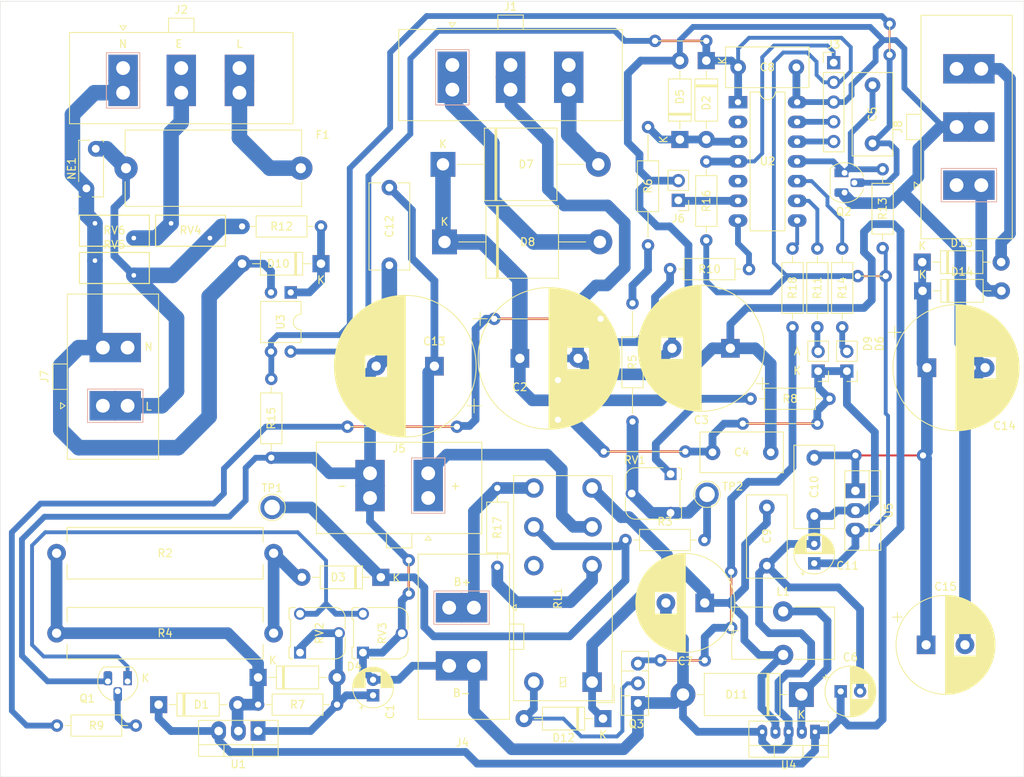
<source format=kicad_pcb>
(kicad_pcb (version 20171130) (host pcbnew 5.1.7-a382d34a8~88~ubuntu20.04.1)
  (title_block (title "12V uninterruptible power supply") (date 2021-06-25) (rev 1.0.0) (company "Dilshan R Jayakody") (comment 1 jayakody2000lk@gmail.com) (comment 2 jayakody2000lk.blogspot.com) (comment 3 https://github.com/dilshan/12v-automatic-ups) (comment 4 "This work is licensed under a Creative Commons Attribution 4.0 International License."))
  (layers (0 F.Cu signal) (31 B.Cu signal) (34 B.Paste user hide) (35 F.Paste user hide) (36 B.SilkS user hide) (37 F.SilkS user) (38 B.Mask user hide) (39 F.Mask user hide) (44 Edge.Cuts user))
  (net 0 "")
  (net 1 "Net-(C1-Pad1)")
  (net 2 GND)
  (net 3 +VDC)
  (net 4 /AC-SENSE)
  (net 5 "Net-(C5-Pad2)")
  (net 6 +12V)
  (net 7 +5V)
  (net 8 /+12V-OUT)
  (net 9 "Net-(D1-Pad2)")
  (net 10 /ADC-IN)
  (net 11 /+VBAT)
  (net 12 "Net-(D3-Pad2)")
  (net 13 "Net-(D6-Pad2)")
  (net 14 "Net-(D7-Pad2)")
  (net 15 "Net-(D8-Pad2)")
  (net 16 "Net-(D9-Pad2)")
  (net 17 "Net-(D10-Pad1)")
  (net 18 "Net-(D11-Pad1)")
  (net 19 "Net-(D12-Pad2)")
  (net 20 "Net-(F1-Pad2)")
  (net 21 "Net-(J2-Pad2)")
  (net 22 /MCLR)
  (net 23 /PGD)
  (net 24 /PGC)
  (net 25 /B+)
  (net 26 /DEBUG-TX)
  (net 27 "Net-(Q1-Pad1)")
  (net 28 "Net-(Q1-Pad2)")
  (net 29 "Net-(Q3-Pad3)")
  (net 30 "Net-(R3-Pad2)")
  (net 31 "Net-(R5-Pad1)")
  (net 32 "Net-(R8-Pad1)")
  (net 33 "Net-(R10-Pad2)")
  (net 34 /CHG_FLOAT)
  (net 35 /STATUS-LED0)
  (net 36 /STATUS-LED1)
  (net 37 "Net-(R17-Pad2)")
  (net 38 /RELAY-DRV)
  (net 39 /AC-N)
  (net 40 /AC-L)
  (net 41 +12L)
  (net 42 "Net-(D13-Pad2)")
  (net 43 "Net-(D14-Pad2)")
  (module Relay_THT:Relay_DPDT_Omron_G2RL (layer F.Cu) (at 160.9 141.8 90)
    (fp_text reference RL1 (at 10.8 -4.4 270) (layer F.SilkS))
    (fp_text value G2RL-2-DC12)
    (pad 1 thru_hole rect (at 0 0 180) (size 2.5 2.5) (drill 1.5) (layers *.Cu *.Mask) (net 6 +12V))
    (pad 2 thru_hole oval (at 15 0 180) (size 2.5 2.5) (drill 1.5) (layers *.Cu *.Mask) (net 37 "Net-(R17-Pad2)"))
    (pad 3 thru_hole oval (at 20 0 180) (size 2.5 2.5) (drill 1.5) (layers *.Cu *.Mask) (net 8 /+12V-OUT))
    (pad 4 thru_hole oval (at 25 0 180) (size 2.5 2.5) (drill 1.5) (layers *.Cu *.Mask) (net 6 +12V))
    (pad 5 thru_hole oval (at 25 -7.5 180) (size 2.5 2.5) (drill 1.5) (layers *.Cu *.Mask) (net 25 /B+))
    (pad 6 thru_hole oval (at 20 -7.5 180) (size 2.5 2.5) (drill 1.5) (layers *.Cu *.Mask) (net 11 /+VBAT))
    (pad 7 thru_hole oval (at 15 -7.5 180) (size 2.5 2.5) (drill 1.5) (layers *.Cu *.Mask))
    (pad 8 thru_hole oval (at 0 -7.5 180) (size 2.5 2.5) (drill 1.5) (layers *.Cu *.Mask) (net 19 "Net-(D12-Pad2)"))
  )
  (module Fuse:Fuse_Bourns_MF-RG300 (layer F.Cu) (at 95.8 78.2 90)
    (fp_text reference NE1 (at 2.55 -1.9 90) (layer F.SilkS))
    (fp_text value NEON)
    (pad 1 thru_hole circle (at 0 0 90) (size 2.01 2.01) (drill 1.01) (layers *.Cu *.Mask) (net 39 /AC-N))
    (pad 2 thru_hole circle (at 5.1 1.2 90) (size 2.01 2.01) (drill 1.01) (layers *.Cu *.Mask) (net 40 /AC-L))
  )
  (module Capacitor_THT:CP_Radial_D5.0mm_P2.00mm (layer F.Cu) (at 132.7 143.5 90)
    (fp_text reference C1 (at -2.1 2.2 90) (layer F.SilkS))
    (fp_text value 10MFD)
    (pad 1 thru_hole rect (at 0 0 90) (size 1.6 1.6) (drill 0.8) (layers *.Cu *.Mask) (net 1 "Net-(C1-Pad1)"))
    (pad 2 thru_hole circle (at 2 0 90) (size 1.6 1.6) (drill 0.8) (layers *.Cu *.Mask) (net 2 GND))
  )
  (module Capacitor_THT:CP_Radial_D18.0mm_P7.50mm (layer F.Cu) (at 151.6 100.1)
    (fp_text reference C2 (at 0 3.7) (layer F.SilkS))
    (fp_text value 4700MFD)
    (pad 2 thru_hole circle (at 7.5 0) (size 2.4 2.4) (drill 1.2) (layers *.Cu *.Mask) (net 2 GND))
    (pad 1 thru_hole rect (at 0 0) (size 2.4 2.4) (drill 1.2) (layers *.Cu *.Mask) (net 3 +VDC))
  )
  (module Capacitor_THT:C_Disc_D10.5mm_W5.0mm_P7.50mm (layer F.Cu) (at 183.9 112.2 180)
    (fp_text reference C4 (at 3.75 0) (layer F.SilkS))
    (fp_text value 0.1MFD)
    (pad 2 thru_hole circle (at 7.5 0 180) (size 2 2) (drill 1) (layers *.Cu *.Mask) (net 2 GND))
    (pad 1 thru_hole circle (at 0 0 180) (size 2 2) (drill 1) (layers *.Cu *.Mask) (net 3 +VDC))
  )
  (module Capacitor_THT:C_Disc_D10.5mm_W5.0mm_P7.50mm (layer F.Cu) (at 197 64.9 270)
    (fp_text reference C5 (at 3.75 0 90) (layer F.SilkS))
    (fp_text value 0.1MFD)
    (pad 1 thru_hole circle (at 0 0 270) (size 2 2) (drill 1) (layers *.Cu *.Mask) (net 4 /AC-SENSE))
    (pad 2 thru_hole circle (at 7.5 0 270) (size 2 2) (drill 1) (layers *.Cu *.Mask) (net 5 "Net-(C5-Pad2)"))
  )
  (module Capacitor_THT:CP_Radial_D6.3mm_P2.50mm (layer F.Cu) (at 192.9 143)
    (fp_text reference C6 (at 1.25 -4.4) (layer F.SilkS))
    (fp_text value 100MFD)
    (pad 1 thru_hole rect (at 0 0) (size 1.6 1.6) (drill 0.8) (layers *.Cu *.Mask) (net 3 +VDC))
    (pad 2 thru_hole circle (at 2.5 0) (size 1.6 1.6) (drill 0.8) (layers *.Cu *.Mask) (net 2 GND))
  )
  (module Capacitor_THT:C_Disc_D10.5mm_W5.0mm_P7.50mm (layer F.Cu) (at 179.7 62.6)
    (fp_text reference C8 (at 3.75 0) (layer F.SilkS))
    (fp_text value 0.1MFD)
    (pad 1 thru_hole circle (at 0 0) (size 2 2) (drill 1) (layers *.Cu *.Mask) (net 7 +5V))
    (pad 2 thru_hole circle (at 7.5 0) (size 2 2) (drill 1) (layers *.Cu *.Mask) (net 2 GND))
  )
  (module Capacitor_THT:C_Disc_D10.5mm_W5.0mm_P7.50mm (layer F.Cu) (at 183.4 119.3 270)
    (fp_text reference C9 (at 3.7 0 90) (layer F.SilkS))
    (fp_text value 0.1MFD)
    (pad 2 thru_hole circle (at 7.5 0 270) (size 2 2) (drill 1) (layers *.Cu *.Mask) (net 2 GND))
    (pad 1 thru_hole circle (at 0 0 270) (size 2 2) (drill 1) (layers *.Cu *.Mask) (net 6 +12V))
  )
  (module Capacitor_THT:C_Disc_D10.5mm_W5.0mm_P7.50mm (layer F.Cu) (at 189.5 112.9 270)
    (fp_text reference C10 (at 3.75 0 90) (layer F.SilkS))
    (fp_text value 0.1MFD)
    (pad 1 thru_hole circle (at 0 0 270) (size 2 2) (drill 1) (layers *.Cu *.Mask) (net 41 +12L))
    (pad 2 thru_hole circle (at 7.5 0 270) (size 2 2) (drill 1) (layers *.Cu *.Mask) (net 2 GND))
  )
  (module Capacitor_THT:CP_Radial_D5.0mm_P2.50mm (layer F.Cu) (at 189.5 126.5 90)
    (fp_text reference C11 (at -0.3 4.3 180) (layer F.SilkS))
    (fp_text value 33MFD)
    (pad 1 thru_hole rect (at 0 0 90) (size 1.6 1.6) (drill 0.8) (layers *.Cu *.Mask) (net 7 +5V))
    (pad 2 thru_hole circle (at 2.5 0 90) (size 1.6 1.6) (drill 0.8) (layers *.Cu *.Mask) (net 2 GND))
  )
  (module Capacitor_THT:C_Disc_D11.0mm_W5.0mm_P10.00mm (layer F.Cu) (at 134.8 78.1 270)
    (fp_text reference C12 (at 5 0 90) (layer F.SilkS))
    (fp_text value 0.22MFD)
    (pad 1 thru_hole circle (at 0 0 270) (size 2 2) (drill 1) (layers *.Cu *.Mask) (net 8 /+12V-OUT))
    (pad 2 thru_hole circle (at 10 0 270) (size 2 2) (drill 1) (layers *.Cu *.Mask) (net 2 GND))
  )
  (module Capacitor_THT:CP_Radial_D18.0mm_P7.50mm (layer F.Cu) (at 140.6 101.1 180)
    (fp_text reference C13 (at 0 3.2) (layer F.SilkS))
    (fp_text value 4700MFD)
    (pad 1 thru_hole rect (at 0 0 180) (size 2.4 2.4) (drill 1.2) (layers *.Cu *.Mask) (net 8 /+12V-OUT))
    (pad 2 thru_hole circle (at 7.5 0 180) (size 2.4 2.4) (drill 1.2) (layers *.Cu *.Mask) (net 2 GND))
  )
  (module Diode_THT:D_DO-41_SOD81_P10.16mm_Horizontal (layer F.Cu) (at 105.1 144.7)
    (fp_text reference D1 (at 5.5 0) (layer F.SilkS))
    (fp_text value 1N4004)
    (fp_text user K (at -1.7 -3.4) (layer F.SilkS))
    (pad 1 thru_hole rect (at 0 0) (size 2.2 2.2) (drill 1.1) (layers *.Cu *.Mask) (net 3 +VDC))
    (pad 2 thru_hole oval (at 10.16 0) (size 2.2 2.2) (drill 1.1) (layers *.Cu *.Mask) (net 9 "Net-(D1-Pad2)"))
  )
  (module Diode_THT:D_DO-41_SOD81_P10.16mm_Horizontal (layer F.Cu) (at 175.6 61.74 270)
    (fp_text reference D2 (at 5.46 0 90) (layer F.SilkS))
    (fp_text value 1N5819)
    (fp_text user K (at 0 -2.1 90) (layer F.SilkS))
    (pad 1 thru_hole rect (at 0 0 270) (size 2.2 2.2) (drill 1.1) (layers *.Cu *.Mask) (net 7 +5V))
    (pad 2 thru_hole oval (at 10.16 0 270) (size 2.2 2.2) (drill 1.1) (layers *.Cu *.Mask) (net 10 /ADC-IN))
  )
  (module Diode_THT:D_DO-41_SOD81_P10.16mm_Horizontal (layer F.Cu) (at 133.7 128.3 180)
    (fp_text reference D3 (at 5.5 0) (layer F.SilkS))
    (fp_text value 1N5399)
    (fp_text user K (at -2 -0.1) (layer F.SilkS))
    (pad 1 thru_hole rect (at 0 0 180) (size 2.2 2.2) (drill 1.1) (layers *.Cu *.Mask) (net 11 /+VBAT))
    (pad 2 thru_hole oval (at 10.16 0 180) (size 2.2 2.2) (drill 1.1) (layers *.Cu *.Mask) (net 12 "Net-(D3-Pad2)"))
  )
  (module Diode_THT:D_DO-41_SOD81_P10.16mm_Horizontal (layer F.Cu) (at 117.9 141.2)
    (fp_text reference D4 (at 12.4 -1.4) (layer F.SilkS))
    (fp_text value 1N4004)
    (fp_text user K (at 1.9 -2.2) (layer F.SilkS))
    (pad 2 thru_hole oval (at 10.16 0) (size 2.2 2.2) (drill 1.1) (layers *.Cu *.Mask) (net 1 "Net-(C1-Pad1)"))
    (pad 1 thru_hole rect (at 0 0) (size 2.2 2.2) (drill 1.1) (layers *.Cu *.Mask) (net 9 "Net-(D1-Pad2)"))
  )
  (module Diode_THT:D_DO-41_SOD81_P10.16mm_Horizontal (layer F.Cu) (at 172.2 71.9 90)
    (fp_text reference D5 (at 5.5 0 90) (layer F.SilkS))
    (fp_text value 1N5819)
    (fp_text user K (at 0 -2.1 90) (layer F.SilkS))
    (pad 1 thru_hole rect (at 0 0 90) (size 2.2 2.2) (drill 1.1) (layers *.Cu *.Mask) (net 10 /ADC-IN))
    (pad 2 thru_hole oval (at 10.16 0 90) (size 2.2 2.2) (drill 1.1) (layers *.Cu *.Mask) (net 2 GND))
  )
  (module Connector_PinHeader_2.54mm:PinHeader_1x02_P2.54mm_Vertical (layer F.Cu) (at 190 101.74 180)
    (fp_text reference D6 (at -7.9 3.54 90) (layer F.SilkS))
    (fp_text value "5mm RED")
    (pad 1 thru_hole rect (at 0 0 180) (size 1.7 1.7) (drill 1) (layers *.Cu *.Mask) (net 2 GND))
    (pad 2 thru_hole oval (at 0 2.54 180) (size 1.7 1.7) (drill 1) (layers *.Cu *.Mask) (net 13 "Net-(D6-Pad2)"))
  )
  (module Diode_THT:D_P600_R-6_P20.00mm_Horizontal (layer F.Cu) (at 141.7 75.1)
    (fp_text reference D7 (at 10.7 0) (layer F.SilkS))
    (fp_text value 6A10)
    (fp_text user K (at 0 -2.6) (layer F.SilkS))
    (pad 2 thru_hole oval (at 20 0) (size 3.2 3.2) (drill 1.6) (layers *.Cu *.Mask) (net 14 "Net-(D7-Pad2)"))
    (pad 1 thru_hole rect (at 0 0) (size 3.2 3.2) (drill 1.6) (layers *.Cu *.Mask) (net 3 +VDC))
  )
  (module Diode_THT:D_P600_R-6_P20.00mm_Horizontal (layer F.Cu) (at 141.9 85.1)
    (fp_text reference D8 (at 10.7 0) (layer F.SilkS))
    (fp_text value 6A10)
    (fp_text user K (at 0 -2.6) (layer F.SilkS))
    (pad 1 thru_hole rect (at 0 0) (size 3.2 3.2) (drill 1.6) (layers *.Cu *.Mask) (net 3 +VDC))
    (pad 2 thru_hole oval (at 20 0) (size 3.2 3.2) (drill 1.6) (layers *.Cu *.Mask) (net 15 "Net-(D8-Pad2)"))
  )
  (module Connector_PinHeader_2.54mm:PinHeader_1x02_P2.54mm_Vertical (layer F.Cu) (at 193.7 101.74 180)
    (fp_text reference D9 (at -2.7 3.54 90) (layer F.SilkS))
    (fp_text value "5mm GREEN")
    (pad 2 thru_hole oval (at 0 2.54 180) (size 1.7 1.7) (drill 1) (layers *.Cu *.Mask) (net 16 "Net-(D9-Pad2)"))
    (pad 1 thru_hole rect (at 0 0 180) (size 1.7 1.7) (drill 1) (layers *.Cu *.Mask) (net 2 GND))
  )
  (module Diode_THT:D_DO-41_SOD81_P10.16mm_Horizontal (layer F.Cu) (at 126 87.9 180)
    (fp_text reference D10 (at 5.5 0) (layer F.SilkS))
    (fp_text value 1N4007)
    (fp_text user K (at 0 -2.1) (layer F.SilkS))
    (pad 2 thru_hole oval (at 10.16 0 180) (size 2.2 2.2) (drill 1.1) (layers *.Cu *.Mask) (net 39 /AC-N))
    (pad 1 thru_hole rect (at 0 0 180) (size 2.2 2.2) (drill 1.1) (layers *.Cu *.Mask) (net 17 "Net-(D10-Pad1)"))
  )
  (module Diode_THT:D_DO-201AD_P15.24mm_Horizontal (layer F.Cu) (at 187.84 143.4 180)
    (fp_text reference D11 (at 8.34 0) (layer F.SilkS))
    (fp_text value 1N5822)
    (fp_text user K (at 0 -2.6) (layer F.SilkS))
    (pad 1 thru_hole rect (at 0 0 180) (size 3.2 3.2) (drill 1.6) (layers *.Cu *.Mask) (net 18 "Net-(D11-Pad1)"))
    (pad 2 thru_hole oval (at 15.24 0 180) (size 3.2 3.2) (drill 1.6) (layers *.Cu *.Mask) (net 2 GND))
  )
  (module Diode_THT:D_DO-41_SOD81_P10.16mm_Horizontal (layer F.Cu) (at 162.3 146.5 180)
    (fp_text reference D12 (at 5.08 -2.47) (layer F.SilkS))
    (fp_text value 1N4004)
    (fp_text user K (at 0 -2.1) (layer F.SilkS))
    (pad 2 thru_hole oval (at 10.16 0 180) (size 2.2 2.2) (drill 1.1) (layers *.Cu *.Mask) (net 19 "Net-(D12-Pad2)"))
    (pad 1 thru_hole rect (at 0 0 180) (size 2.2 2.2) (drill 1.1) (layers *.Cu *.Mask) (net 6 +12V))
  )
  (module Fuse:Fuseholder_Cylinder-5x20mm_Schurter_0031_8201_Horizontal_Open (layer F.Cu) (at 100.9 75.6)
    (fp_text reference F1 (at 25.3 -4.3) (layer F.SilkS))
    (fp_text value 3A/230V)
    (pad 1 thru_hole circle (at 0 0) (size 3 3) (drill 1.3) (layers *.Cu *.Mask) (net 40 /AC-L))
    (pad 2 thru_hole circle (at 22.5 0) (size 3 3) (drill 1.3) (layers *.Cu *.Mask) (net 20 "Net-(F1-Pad2)"))
    (pad "" np_thru_hole circle (at 11.25 0) (size 2.7 2.7) (drill 2.7) (layers *.Cu *.Mask))
  )
  (module Connector_Molex:Molex_Sabre_43160-0103_1x03_P7.49mm_Vertical (layer F.Cu) (at 142.91 65.48)
    (fp_text reference J1 (at 7.49 -10.7) (layer F.SilkS))
    (fp_text value 15V-AC-IN)
    (pad 3 thru_hole rect (at 14.98 -3.18) (size 3.78 3.43) (drill 1.78) (layers *.Cu *.Mask) (net 14 "Net-(D7-Pad2)"))
    (pad 2 thru_hole rect (at 7.49 -3.18) (size 3.78 3.43) (drill 1.78) (layers *.Cu *.Mask) (net 2 GND))
    (pad 1 thru_hole rect (at 0 -3.18) (size 3.78 3.43) (drill 1.78) (layers *.Cu *.Mask) (net 15 "Net-(D8-Pad2)"))
    (pad 3 thru_hole rect (at 14.98 0) (size 3.78 3.43) (drill 1.78) (layers *.Cu *.Mask) (net 14 "Net-(D7-Pad2)"))
    (pad 2 thru_hole rect (at 7.49 0) (size 3.78 3.43) (drill 1.78) (layers *.Cu *.Mask) (net 2 GND))
    (pad 1 thru_hole rect (at 0 0) (size 3.78 3.43) (drill 1.78) (layers *.Cu *.Mask) (net 15 "Net-(D8-Pad2)"))
  )
  (module Connector_Molex:Molex_Sabre_43160-0103_1x03_P7.49mm_Vertical (layer F.Cu) (at 100.52 65.88)
    (fp_text reference J2 (at 7.49 -10.7) (layer F.SilkS))
    (fp_text value AC-IN)
    (pad 1 thru_hole rect (at 0 0) (size 3.78 3.43) (drill 1.78) (layers *.Cu *.Mask) (net 39 /AC-N))
    (pad 2 thru_hole rect (at 7.49 0) (size 3.78 3.43) (drill 1.78) (layers *.Cu *.Mask) (net 21 "Net-(J2-Pad2)"))
    (pad 3 thru_hole rect (at 14.98 0) (size 3.78 3.43) (drill 1.78) (layers *.Cu *.Mask) (net 20 "Net-(F1-Pad2)"))
    (pad 1 thru_hole rect (at 0 -3.18) (size 3.78 3.43) (drill 1.78) (layers *.Cu *.Mask) (net 39 /AC-N))
    (pad 2 thru_hole rect (at 7.49 -3.18) (size 3.78 3.43) (drill 1.78) (layers *.Cu *.Mask) (net 21 "Net-(J2-Pad2)"))
    (pad 3 thru_hole rect (at 14.98 -3.18) (size 3.78 3.43) (drill 1.78) (layers *.Cu *.Mask) (net 20 "Net-(F1-Pad2)"))
  )
  (module Connector_PinHeader_2.54mm:PinHeader_1x05_P2.54mm_Vertical (layer F.Cu) (at 192 62)
    (fp_text reference J3 (at 0 -2.33) (layer F.SilkS))
    (fp_text value ICSP)
    (pad 1 thru_hole rect (at 0 0) (size 1.7 1.7) (drill 1) (layers *.Cu *.Mask) (net 22 /MCLR))
    (pad 2 thru_hole oval (at 0 2.54) (size 1.7 1.7) (drill 1) (layers *.Cu *.Mask) (net 7 +5V))
    (pad 3 thru_hole oval (at 0 5.08) (size 1.7 1.7) (drill 1) (layers *.Cu *.Mask) (net 2 GND))
    (pad 4 thru_hole oval (at 0 7.62) (size 1.7 1.7) (drill 1) (layers *.Cu *.Mask) (net 23 /PGD))
    (pad 5 thru_hole oval (at 0 10.16) (size 1.7 1.7) (drill 1) (layers *.Cu *.Mask) (net 24 /PGC))
  )
  (module Connector_Molex:Molex_Sabre_43160-0102_1x02_P7.49mm_Vertical (layer F.Cu) (at 142.5 132.21 270)
    (fp_text reference J4 (at 17.39 -1.7 180) (layer F.SilkS))
    (fp_text value BATTERY)
    (pad 1 thru_hole rect (at 0 0 270) (size 3.78 3.43) (drill 1.78) (layers *.Cu *.Mask) (net 25 /B+))
    (pad 2 thru_hole rect (at 7.49 0 270) (size 3.78 3.43) (drill 1.78) (layers *.Cu *.Mask) (net 2 GND))
    (pad 1 thru_hole rect (at 0 -3.18 270) (size 3.78 3.43) (drill 1.78) (layers *.Cu *.Mask) (net 25 /B+))
    (pad 2 thru_hole rect (at 7.49 -3.18 270) (size 3.78 3.43) (drill 1.78) (layers *.Cu *.Mask) (net 2 GND))
  )
  (module Connector_Molex:Molex_Sabre_43160-0102_1x02_P7.49mm_Vertical (layer F.Cu) (at 139.8 114.9 180)
    (fp_text reference J5 (at 3.75 3.2) (layer F.SilkS))
    (fp_text value OUTPUT)
    (pad 2 thru_hole rect (at 7.49 -3.18 180) (size 3.78 3.43) (drill 1.78) (layers *.Cu *.Mask) (net 2 GND))
    (pad 1 thru_hole rect (at 0 -3.18 180) (size 3.78 3.43) (drill 1.78) (layers *.Cu *.Mask) (net 8 /+12V-OUT))
    (pad 2 thru_hole rect (at 7.49 0 180) (size 3.78 3.43) (drill 1.78) (layers *.Cu *.Mask) (net 2 GND))
    (pad 1 thru_hole rect (at 0 0 180) (size 3.78 3.43) (drill 1.78) (layers *.Cu *.Mask) (net 8 /+12V-OUT))
  )
  (module Connector_PinHeader_2.54mm:PinHeader_1x02_P2.54mm_Vertical (layer F.Cu) (at 172 79.74 180)
    (fp_text reference J6 (at 0 -2.33) (layer F.SilkS))
    (fp_text value DEBUG)
    (pad 1 thru_hole rect (at 0 0 180) (size 1.7 1.7) (drill 1) (layers *.Cu *.Mask) (net 26 /DEBUG-TX))
    (pad 2 thru_hole oval (at 0 2.54 180) (size 1.7 1.7) (drill 1) (layers *.Cu *.Mask) (net 2 GND))
  )
  (module Inductor_THT:L_Toroid_Vertical_L13.0mm_W6.5mm_P5.60mm (layer F.Cu) (at 185.5 132.7)
    (fp_text reference L1 (at 0 -2.55) (layer F.SilkS))
    (fp_text value 100uH)
    (pad 1 thru_hole circle (at 0 0) (size 2.6 2.6) (drill 1.3) (layers *.Cu *.Mask) (net 18 "Net-(D11-Pad1)"))
    (pad 2 thru_hole circle (at 0 5.6) (size 2.6 2.6) (drill 1.3) (layers *.Cu *.Mask) (net 6 +12V))
  )
  (module Package_TO_SOT_THT:TO-92_HandSolder (layer F.Cu) (at 101.1 141.7 180)
    (fp_text reference Q1 (at 5.2 -2.2) (layer F.SilkS))
    (fp_text value BC547)
    (pad 1 thru_hole rect (at 0 0 180) (size 1.1 1.8) (drill 0.75 (offset 0 0.4)) (layers *.Cu *.Mask) (net 27 "Net-(Q1-Pad1)"))
    (pad 3 thru_hole roundrect (at 2.54 0 180) (size 1.1 1.8) (drill 0.75 (offset 0 0.4)) (layers *.Cu *.Mask) (net 2 GND))
    (pad 2 thru_hole roundrect (at 1.27 -1.27 180) (size 1.1 1.8) (drill 0.75 (offset 0 -0.4)) (layers *.Cu *.Mask) (net 28 "Net-(Q1-Pad2)"))
  )
  (module Package_TO_SOT_THT:TO-92_HandSolder (layer F.Cu) (at 193.4 76.2 270)
    (fp_text reference Q2 (at 5 0.1 180) (layer F.SilkS))
    (fp_text value BC548)
    (pad 2 thru_hole roundrect (at 1.27 -1.27 270) (size 1.1 1.8) (drill 0.75 (offset 0 -0.4)) (layers *.Cu *.Mask) (net 5 "Net-(C5-Pad2)"))
    (pad 3 thru_hole roundrect (at 2.54 0 270) (size 1.1 1.8) (drill 0.75 (offset 0 0.4)) (layers *.Cu *.Mask) (net 2 GND))
    (pad 1 thru_hole rect (at 0 0 270) (size 1.1 1.8) (drill 0.75 (offset 0 0.4)) (layers *.Cu *.Mask) (net 4 /AC-SENSE))
  )
  (module Package_TO_SOT_THT:TO-126-3_Vertical (layer F.Cu) (at 166.8 144.5 90)
    (fp_text reference Q3 (at -2.7 -0.2 180) (layer F.SilkS))
    (fp_text value BD135)
    (pad 1 thru_hole rect (at 0 0 90) (size 1.8 1.8) (drill 1) (layers *.Cu *.Mask) (net 2 GND))
    (pad 2 thru_hole oval (at 2.54 0 90) (size 1.8 1.8) (drill 1) (layers *.Cu *.Mask) (net 19 "Net-(D12-Pad2)"))
    (pad 3 thru_hole oval (at 5.08 0 90) (size 1.8 1.8) (drill 1) (layers *.Cu *.Mask) (net 29 "Net-(Q3-Pad3)"))
  )
  (module Resistor_THT:R_Axial_DIN0207_L6.3mm_D2.5mm_P10.16mm_Horizontal (layer F.Cu) (at 117.9 144.7)
    (fp_text reference R7 (at 5.08 0) (layer F.SilkS))
    (fp_text value 270.0R)
    (pad 2 thru_hole oval (at 10.16 0) (size 1.6 1.6) (drill 0.8) (layers *.Cu *.Mask) (net 1 "Net-(C1-Pad1)"))
    (pad 1 thru_hole circle (at 0 0) (size 1.6 1.6) (drill 0.8) (layers *.Cu *.Mask) (net 9 "Net-(D1-Pad2)"))
  )
  (module Resistor_THT:R_Axial_DIN0207_L6.3mm_D2.5mm_P10.16mm_Horizontal (layer F.Cu) (at 181.3 105.3)
    (fp_text reference R8 (at 5.08 0) (layer F.SilkS))
    (fp_text value 680.0R)
    (pad 2 thru_hole oval (at 10.16 0) (size 1.6 1.6) (drill 0.8) (layers *.Cu *.Mask) (net 2 GND))
    (pad 1 thru_hole circle (at 0 0) (size 1.6 1.6) (drill 0.8) (layers *.Cu *.Mask) (net 32 "Net-(R8-Pad1)"))
  )
  (module Resistor_THT:R_Axial_DIN0207_L6.3mm_D2.5mm_P10.16mm_Horizontal (layer F.Cu) (at 92 147.4)
    (fp_text reference R9 (at 5.1 0) (layer F.SilkS))
    (fp_text value 10K)
    (pad 2 thru_hole oval (at 10.16 0) (size 1.6 1.6) (drill 0.8) (layers *.Cu *.Mask) (net 28 "Net-(Q1-Pad2)"))
    (pad 1 thru_hole circle (at 0 0) (size 1.6 1.6) (drill 0.8) (layers *.Cu *.Mask) (net 33 "Net-(R10-Pad2)"))
  )
  (module Resistor_THT:R_Axial_DIN0207_L6.3mm_D2.5mm_P10.16mm_Horizontal (layer F.Cu) (at 181.1 88.6 180)
    (fp_text reference R10 (at 5.08 0) (layer F.SilkS))
    (fp_text value 0R)
    (pad 2 thru_hole oval (at 10.16 0 180) (size 1.6 1.6) (drill 0.8) (layers *.Cu *.Mask) (net 33 "Net-(R10-Pad2)"))
    (pad 1 thru_hole circle (at 0 0 180) (size 1.6 1.6) (drill 0.8) (layers *.Cu *.Mask) (net 34 /CHG_FLOAT))
  )
  (module Resistor_THT:R_Axial_DIN0207_L6.3mm_D2.5mm_P10.16mm_Horizontal (layer F.Cu) (at 189.9 96.1 90)
    (fp_text reference R11 (at 5.08 0 90) (layer F.SilkS))
    (fp_text value 560R)
    (pad 1 thru_hole circle (at 0 0 90) (size 1.6 1.6) (drill 0.8) (layers *.Cu *.Mask) (net 13 "Net-(D6-Pad2)"))
    (pad 2 thru_hole oval (at 10.16 0 90) (size 1.6 1.6) (drill 0.8) (layers *.Cu *.Mask) (net 35 /STATUS-LED0))
  )
  (module Resistor_THT:R_Axial_DIN0207_L6.3mm_D2.5mm_P10.16mm_Horizontal (layer F.Cu) (at 126 83.1 180)
    (fp_text reference R12 (at 5.08 0) (layer F.SilkS))
    (fp_text value 220K)
    (pad 1 thru_hole circle (at 0 0 180) (size 1.6 1.6) (drill 0.8) (layers *.Cu *.Mask) (net 17 "Net-(D10-Pad1)"))
    (pad 2 thru_hole oval (at 10.16 0 180) (size 1.6 1.6) (drill 0.8) (layers *.Cu *.Mask) (net 40 /AC-L))
  )
  (module Resistor_THT:R_Axial_DIN0207_L6.3mm_D2.5mm_P10.16mm_Horizontal (layer F.Cu) (at 198.3 85.9 90)
    (fp_text reference R13 (at 5.08 0 90) (layer F.SilkS))
    (fp_text value 5.6K)
    (pad 1 thru_hole circle (at 0 0 90) (size 1.6 1.6) (drill 0.8) (layers *.Cu *.Mask) (net 7 +5V))
    (pad 2 thru_hole oval (at 10.16 0 90) (size 1.6 1.6) (drill 0.8) (layers *.Cu *.Mask) (net 4 /AC-SENSE))
  )
  (module Resistor_THT:R_Axial_DIN0207_L6.3mm_D2.5mm_P10.16mm_Horizontal (layer F.Cu) (at 193.1 96.1 90)
    (fp_text reference R14 (at 5.08 0 90) (layer F.SilkS))
    (fp_text value 560R)
    (pad 1 thru_hole circle (at 0 0 90) (size 1.6 1.6) (drill 0.8) (layers *.Cu *.Mask) (net 16 "Net-(D9-Pad2)"))
    (pad 2 thru_hole oval (at 10.16 0 90) (size 1.6 1.6) (drill 0.8) (layers *.Cu *.Mask) (net 36 /STATUS-LED1))
  )
  (module Resistor_THT:R_Axial_DIN0207_L6.3mm_D2.5mm_P10.16mm_Horizontal (layer F.Cu) (at 119.6 102.74 270)
    (fp_text reference R15 (at 5.08 0 90) (layer F.SilkS))
    (fp_text value 1M)
    (pad 1 thru_hole circle (at 0 0 270) (size 1.6 1.6) (drill 0.8) (layers *.Cu *.Mask) (net 5 "Net-(C5-Pad2)"))
    (pad 2 thru_hole oval (at 10.16 0 270) (size 1.6 1.6) (drill 0.8) (layers *.Cu *.Mask) (net 2 GND))
  )
  (module Resistor_THT:R_Axial_DIN0207_L6.3mm_D2.5mm_P10.16mm_Horizontal (layer F.Cu) (at 175.6 84.9 90)
    (fp_text reference R16 (at 5.08 0 90) (layer F.SilkS))
    (fp_text value 10K)
    (pad 1 thru_hole circle (at 0 0 90) (size 1.6 1.6) (drill 0.8) (layers *.Cu *.Mask) (net 7 +5V))
    (pad 2 thru_hole oval (at 10.16 0 90) (size 1.6 1.6) (drill 0.8) (layers *.Cu *.Mask) (net 22 /MCLR))
  )
  (module Resistor_THT:R_Axial_DIN0207_L6.3mm_D2.5mm_P10.16mm_Horizontal (layer F.Cu) (at 148.7 116.8 270)
    (fp_text reference R17 (at 5.1 0 90) (layer F.SilkS))
    (fp_text value 0R)
    (pad 2 thru_hole oval (at 10.16 0 270) (size 1.6 1.6) (drill 0.8) (layers *.Cu *.Mask) (net 37 "Net-(R17-Pad2)"))
    (pad 1 thru_hole circle (at 0 0 270) (size 1.6 1.6) (drill 0.8) (layers *.Cu *.Mask) (net 25 /B+))
  )
  (module Resistor_THT:R_Axial_DIN0207_L6.3mm_D2.5mm_P10.16mm_Horizontal (layer F.Cu) (at 186.7 96.1 90)
    (fp_text reference R18 (at 5.1 0 90) (layer F.SilkS))
    (fp_text value 1K)
    (pad 2 thru_hole oval (at 10.16 0 90) (size 1.6 1.6) (drill 0.8) (layers *.Cu *.Mask) (net 38 /RELAY-DRV))
    (pad 1 thru_hole circle (at 0 0 90) (size 1.6 1.6) (drill 0.8) (layers *.Cu *.Mask) (net 29 "Net-(Q3-Pad3)"))
  )
  (module Potentiometer_THT:Potentiometer_Runtron_RM-065_Vertical (layer F.Cu) (at 171 115 270)
    (fp_text reference RV1 (at -1.8 4.6 180) (layer F.SilkS))
    (fp_text value 10K)
    (pad 3 thru_hole circle (at 5 0 270) (size 1.55 1.55) (drill 1) (layers *.Cu *.Mask) (net 30 "Net-(R3-Pad2)"))
    (pad 1 thru_hole rect (at 0 0 270) (size 1.55 1.55) (drill 1) (layers *.Cu *.Mask) (net 32 "Net-(R8-Pad1)"))
    (pad 2 thru_hole circle (at 2.5 5 270) (size 1.55 1.55) (drill 1) (layers *.Cu *.Mask) (net 30 "Net-(R3-Pad2)"))
  )
  (module Potentiometer_THT:Potentiometer_Runtron_RM-065_Vertical (layer F.Cu) (at 123.3 138 90)
    (fp_text reference RV2 (at 2.5 2.5 90) (layer F.SilkS))
    (fp_text value 5K)
    (pad 3 thru_hole circle (at 5 0 90) (size 1.55 1.55) (drill 1) (layers *.Cu *.Mask) (net 27 "Net-(Q1-Pad1)"))
    (pad 1 thru_hole rect (at 0 0 90) (size 1.55 1.55) (drill 1) (layers *.Cu *.Mask) (net 1 "Net-(C1-Pad1)"))
    (pad 2 thru_hole circle (at 2.5 5 90) (size 1.55 1.55) (drill 1) (layers *.Cu *.Mask) (net 1 "Net-(C1-Pad1)"))
  )
  (module Potentiometer_THT:Potentiometer_Runtron_RM-065_Vertical (layer F.Cu) (at 131.4 138 90)
    (fp_text reference RV3 (at 2.5 2.5 90) (layer F.SilkS))
    (fp_text value 2K)
    (pad 2 thru_hole circle (at 2.5 5 90) (size 1.55 1.55) (drill 1) (layers *.Cu *.Mask) (net 2 GND))
    (pad 1 thru_hole rect (at 0 0 90) (size 1.55 1.55) (drill 1) (layers *.Cu *.Mask) (net 2 GND))
    (pad 3 thru_hole circle (at 5 0 90) (size 1.55 1.55) (drill 1) (layers *.Cu *.Mask) (net 27 "Net-(Q1-Pad1)"))
  )
  (module Varistor:RV_Disc_D9mm_W4mm_P5mm (layer F.Cu) (at 111.7 84.6 180)
    (fp_text reference RV4 (at 2.5 1) (layer F.SilkS))
    (fp_text value 7D471K)
    (pad 2 thru_hole circle (at 5 1.9 180) (size 1.6 1.6) (drill 0.6) (layers *.Cu *.Mask) (net 21 "Net-(J2-Pad2)"))
    (pad 1 thru_hole circle (at 0 0 180) (size 1.6 1.6) (drill 0.6) (layers *.Cu *.Mask) (net 40 /AC-L))
  )
  (module Varistor:RV_Disc_D9mm_W4mm_P5mm (layer F.Cu) (at 101.9 89.4 180)
    (fp_text reference RV5 (at 2.5 3.95) (layer F.SilkS))
    (fp_text value 7D471K)
    (pad 1 thru_hole circle (at 0 0 180) (size 1.6 1.6) (drill 0.6) (layers *.Cu *.Mask) (net 40 /AC-L))
    (pad 2 thru_hole circle (at 5 1.9 180) (size 1.6 1.6) (drill 0.6) (layers *.Cu *.Mask) (net 39 /AC-N))
  )
  (module Varistor:RV_Disc_D9mm_W4mm_P5mm (layer F.Cu) (at 101.9 84.6 180)
    (fp_text reference RV6 (at 2.5 1) (layer F.SilkS))
    (fp_text value 7D471K)
    (pad 1 thru_hole circle (at 0 0 180) (size 1.6 1.6) (drill 0.6) (layers *.Cu *.Mask) (net 21 "Net-(J2-Pad2)"))
    (pad 2 thru_hole circle (at 5 1.9 180) (size 1.6 1.6) (drill 0.6) (layers *.Cu *.Mask) (net 39 /AC-N))
  )
  (module TestPoint:TestPoint_Plated_Hole_D2.0mm (layer F.Cu) (at 119.7 119.3)
    (fp_text reference TP1 (at 0 -2.498) (layer F.SilkS))
    (fp_text value BAT-V)
    (pad 1 thru_hole circle (at 0 0) (size 3 3) (drill 2) (layers *.Cu *.Mask) (net 11 /+VBAT))
  )
  (module TestPoint:TestPoint_Plated_Hole_D2.0mm (layer F.Cu) (at 175.7 117.6)
    (fp_text reference TP2 (at 3.3 -1) (layer F.SilkS))
    (fp_text value ADC-V+)
    (pad 1 thru_hole circle (at 0 0) (size 3 3) (drill 2) (layers *.Cu *.Mask) (net 30 "Net-(R3-Pad2)"))
  )
  (module Package_TO_SOT_THT:TO-220-3_Vertical (layer F.Cu) (at 117.9 148.1 180)
    (fp_text reference U1 (at 2.54 -4.27) (layer F.SilkS))
    (fp_text value LM350)
    (pad 1 thru_hole rect (at 0 0 180) (size 1.905 2.5) (drill 1.1) (layers *.Cu *.Mask) (net 1 "Net-(C1-Pad1)"))
    (pad 2 thru_hole oval (at 2.54 0 180) (size 1.905 2.5) (drill 1.1) (layers *.Cu *.Mask) (net 9 "Net-(D1-Pad2)"))
    (pad 3 thru_hole oval (at 5.08 0 180) (size 1.905 2.5) (drill 1.1) (layers *.Cu *.Mask) (net 3 +VDC))
  )
  (module Package_DIP:DIP-14_W7.62mm_LongPads (layer F.Cu) (at 179.68 67.1)
    (fp_text reference U2 (at 3.81 7.6) (layer F.SilkS))
    (fp_text value PIC16F688)
    (pad 1 thru_hole rect (at 0 0) (size 2.4 1.6) (drill 0.8) (layers *.Cu *.Mask) (net 7 +5V))
    (pad 8 thru_hole oval (at 7.62 15.24) (size 2.4 1.6) (drill 0.8) (layers *.Cu *.Mask) (net 38 /RELAY-DRV))
    (pad 2 thru_hole oval (at 0 2.54) (size 2.4 1.6) (drill 0.8) (layers *.Cu *.Mask))
    (pad 9 thru_hole oval (at 7.62 12.7) (size 2.4 1.6) (drill 0.8) (layers *.Cu *.Mask) (net 35 /STATUS-LED0))
    (pad 3 thru_hole oval (at 0 5.08) (size 2.4 1.6) (drill 0.8) (layers *.Cu *.Mask) (net 10 /ADC-IN))
    (pad 10 thru_hole oval (at 7.62 10.16) (size 2.4 1.6) (drill 0.8) (layers *.Cu *.Mask) (net 36 /STATUS-LED1))
    (pad 4 thru_hole oval (at 0 7.62) (size 2.4 1.6) (drill 0.8) (layers *.Cu *.Mask) (net 22 /MCLR))
    (pad 11 thru_hole oval (at 7.62 7.62) (size 2.4 1.6) (drill 0.8) (layers *.Cu *.Mask) (net 4 /AC-SENSE))
    (pad 5 thru_hole oval (at 0 10.16) (size 2.4 1.6) (drill 0.8) (layers *.Cu *.Mask))
    (pad 12 thru_hole oval (at 7.62 5.08) (size 2.4 1.6) (drill 0.8) (layers *.Cu *.Mask) (net 24 /PGC))
    (pad 6 thru_hole oval (at 0 12.7) (size 2.4 1.6) (drill 0.8) (layers *.Cu *.Mask) (net 26 /DEBUG-TX))
    (pad 13 thru_hole oval (at 7.62 2.54) (size 2.4 1.6) (drill 0.8) (layers *.Cu *.Mask) (net 23 /PGD))
    (pad 7 thru_hole oval (at 0 15.24) (size 2.4 1.6) (drill 0.8) (layers *.Cu *.Mask) (net 34 /CHG_FLOAT))
    (pad 14 thru_hole oval (at 7.62 0) (size 2.4 1.6) (drill 0.8) (layers *.Cu *.Mask) (net 2 GND))
  )
  (module Package_DIP:DIP-4_W7.62mm (layer F.Cu) (at 122.1 91.6 270)
    (fp_text reference U3 (at 3.8 1.3 90) (layer F.SilkS))
    (fp_text value PC817)
    (pad 1 thru_hole rect (at 0 0 270) (size 1.6 1.6) (drill 0.8) (layers *.Cu *.Mask) (net 17 "Net-(D10-Pad1)"))
    (pad 3 thru_hole oval (at 7.62 2.54 270) (size 1.6 1.6) (drill 0.8) (layers *.Cu *.Mask) (net 5 "Net-(C5-Pad2)"))
    (pad 2 thru_hole oval (at 0 2.54 270) (size 1.6 1.6) (drill 0.8) (layers *.Cu *.Mask) (net 39 /AC-N))
    (pad 4 thru_hole oval (at 7.62 0 270) (size 1.6 1.6) (drill 0.8) (layers *.Cu *.Mask) (net 7 +5V))
  )
  (module Package_TO_SOT_THT:TO-220-5_Vertical (layer F.Cu) (at 189.6 148.2 180)
    (fp_text reference U4 (at 3.4 -4.27) (layer F.SilkS))
    (fp_text value LM2576T-12)
    (pad 1 thru_hole rect (at 0 0 180) (size 1.275 1.8) (drill 0.6) (layers *.Cu *.Mask) (net 3 +VDC))
    (pad 2 thru_hole oval (at 1.7 0 180) (size 1.275 1.8) (drill 0.6) (layers *.Cu *.Mask) (net 18 "Net-(D11-Pad1)"))
    (pad 3 thru_hole oval (at 3.4 0 180) (size 1.275 1.8) (drill 0.6) (layers *.Cu *.Mask) (net 2 GND))
    (pad 4 thru_hole oval (at 5.1 0 180) (size 1.275 1.8) (drill 0.6) (layers *.Cu *.Mask) (net 6 +12V))
    (pad 5 thru_hole oval (at 6.8 0 180) (size 1.275 1.8) (drill 0.6) (layers *.Cu *.Mask) (net 2 GND))
  )
  (module Package_TO_SOT_THT:TO-220-3_Vertical (layer F.Cu) (at 194.8 117.16 270)
    (fp_text reference U5 (at 2.54 -4.27 90) (layer F.SilkS))
    (fp_text value LM7805)
    (pad 3 thru_hole oval (at 5.08 0 270) (size 1.905 2.5) (drill 1.1) (layers *.Cu *.Mask) (net 7 +5V))
    (pad 2 thru_hole oval (at 2.54 0 270) (size 1.905 2.5) (drill 1.1) (layers *.Cu *.Mask) (net 2 GND))
    (pad 1 thru_hole rect (at 0 0 270) (size 1.905 2.5) (drill 1.1) (layers *.Cu *.Mask) (net 41 +12L))
  )
  (module Connector_Molex:Molex_Sabre_43160-0102_1x02_P7.49mm_Vertical (layer F.Cu) (at 101.1 106.2 90)
    (fp_text reference J7 (at 3.75 -10.7 90) (layer F.SilkS))
    (fp_text value AC-OUT)
    (pad 1 thru_hole rect (at 0 0 90) (size 3.78 3.43) (drill 1.78) (layers *.Cu *.Mask) (net 40 /AC-L))
    (pad 2 thru_hole rect (at 7.49 0 90) (size 3.78 3.43) (drill 1.78) (layers *.Cu *.Mask) (net 39 /AC-N))
    (pad 1 thru_hole rect (at 0 -3.18 90) (size 3.78 3.43) (drill 1.78) (layers *.Cu *.Mask) (net 40 /AC-L))
    (pad 2 thru_hole rect (at 7.49 -3.18 90) (size 3.78 3.43) (drill 1.78) (layers *.Cu *.Mask) (net 39 /AC-N))
  )
  (module Resistor_THT:R_Axial_Power_L25.0mm_W6.4mm_P27.94mm (layer F.Cu) (at 119.9 125.2 180)
    (fp_text reference R2 (at 13.97 0) (layer F.SilkS))
    (fp_text value 0.47R)
    (pad 2 thru_hole oval (at 27.94 0 180) (size 2.4 2.4) (drill 1.2) (layers *.Cu *.Mask) (net 9 "Net-(D1-Pad2)"))
    (pad 1 thru_hole circle (at 0 0 180) (size 2.4 2.4) (drill 1.2) (layers *.Cu *.Mask) (net 12 "Net-(D3-Pad2)"))
  )
  (module Resistor_THT:R_Axial_Power_L25.0mm_W6.4mm_P27.94mm (layer F.Cu) (at 119.9 135.5 180)
    (fp_text reference R4 (at 13.97 0) (layer F.SilkS))
    (fp_text value 0.47R)
    (pad 1 thru_hole circle (at 0 0 180) (size 2.4 2.4) (drill 1.2) (layers *.Cu *.Mask) (net 12 "Net-(D3-Pad2)"))
    (pad 2 thru_hole oval (at 27.94 0 180) (size 2.4 2.4) (drill 1.2) (layers *.Cu *.Mask) (net 9 "Net-(D1-Pad2)"))
  )
  (module Resistor_THT:R_Axial_DIN0207_L6.3mm_D2.5mm_P15.24mm_Horizontal (layer F.Cu) (at 166.1 93 270)
    (fp_text reference R5 (at 7.6 0 270) (layer F.SilkS))
    (fp_text value 0R)
    (pad 1 thru_hole circle (at 0 0 270) (size 1.6 1.6) (drill 0.8) (layers *.Cu *.Mask) (net 31 "Net-(R5-Pad1)"))
    (pad 2 thru_hole oval (at 15.24 0 270) (size 1.6 1.6) (drill 0.8) (layers *.Cu *.Mask) (net 30 "Net-(R3-Pad2)"))
  )
  (module Resistor_THT:R_Axial_DIN0207_L6.3mm_D2.5mm_P15.24mm_Horizontal (layer F.Cu) (at 168.1 70.3 270)
    (fp_text reference R6 (at 7.6 0 90) (layer F.SilkS))
    (fp_text value 100R)
    (pad 1 thru_hole circle (at 0 0 270) (size 1.6 1.6) (drill 0.8) (layers *.Cu *.Mask) (net 10 /ADC-IN))
    (pad 2 thru_hole oval (at 15.24 0 270) (size 1.6 1.6) (drill 0.8) (layers *.Cu *.Mask) (net 31 "Net-(R5-Pad1)"))
  )
  (module Capacitor_THT:CP_Radial_D16.0mm_P7.50mm (layer F.Cu) (at 178.7 98.8 180)
    (fp_text reference C3 (at 3.75 -9.25) (layer F.SilkS))
    (fp_text value 2200MFD)
    (pad 1 thru_hole rect (at 0 0 180) (size 2.4 2.4) (drill 1.2) (layers *.Cu *.Mask) (net 3 +VDC))
    (pad 2 thru_hole circle (at 7.5 0 180) (size 2.4 2.4) (drill 1.2) (layers *.Cu *.Mask) (net 2 GND))
  )
  (module Capacitor_THT:CP_Radial_D12.5mm_P5.00mm (layer F.Cu) (at 175.4 131.6 180)
    (fp_text reference C7 (at 2.5 -7.5) (layer F.SilkS))
    (fp_text value 1000MFD)
    (pad 2 thru_hole circle (at 5 0 180) (size 2.4 2.4) (drill 1.2) (layers *.Cu *.Mask) (net 2 GND))
    (pad 1 thru_hole rect (at 0 0 180) (size 2.4 2.4) (drill 1.2) (layers *.Cu *.Mask) (net 6 +12V))
  )
  (module Capacitor_THT:CP_Radial_D16.0mm_P7.50mm (layer F.Cu) (at 204 101.3)
    (fp_text reference C14 (at 10 7.5) (layer F.SilkS))
    (fp_text value 2200MFD)
    (pad 2 thru_hole circle (at 7.5 0) (size 2.4 2.4) (drill 1.2) (layers *.Cu *.Mask) (net 2 GND))
    (pad 1 thru_hole rect (at 0 0) (size 2.4 2.4) (drill 1.2) (layers *.Cu *.Mask) (net 41 +12L))
  )
  (module Capacitor_THT:CP_Radial_D12.5mm_P5.00mm (layer F.Cu) (at 203.9 137)
    (fp_text reference C15 (at 2.5 -7.5) (layer F.SilkS))
    (fp_text value 1000MFD)
    (pad 1 thru_hole rect (at 0 0) (size 2.4 2.4) (drill 1.2) (layers *.Cu *.Mask) (net 41 +12L))
    (pad 2 thru_hole circle (at 5 0) (size 2.4 2.4) (drill 1.2) (layers *.Cu *.Mask) (net 2 GND))
  )
  (module Connector_Molex:Molex_Sabre_43160-0103_1x03_P7.49mm_Vertical (layer F.Cu) (at 211 77.78 90)
    (fp_text reference J8 (at 7.49 -10.7 90) (layer F.SilkS))
    (fp_text value 12V-AC-IN)
    (pad 1 thru_hole rect (at 0 0 90) (size 3.78 3.43) (drill 1.78) (layers *.Cu *.Mask) (net 43 "Net-(D14-Pad2)"))
    (pad 2 thru_hole rect (at 7.49 0 90) (size 3.78 3.43) (drill 1.78) (layers *.Cu *.Mask) (net 2 GND))
    (pad 3 thru_hole rect (at 14.98 0 90) (size 3.78 3.43) (drill 1.78) (layers *.Cu *.Mask) (net 42 "Net-(D13-Pad2)"))
    (pad 1 thru_hole rect (at 0 -3.18 90) (size 3.78 3.43) (drill 1.78) (layers *.Cu *.Mask) (net 43 "Net-(D14-Pad2)"))
    (pad 2 thru_hole rect (at 7.49 -3.18 90) (size 3.78 3.43) (drill 1.78) (layers *.Cu *.Mask) (net 2 GND))
    (pad 3 thru_hole rect (at 14.98 -3.18 90) (size 3.78 3.43) (drill 1.78) (layers *.Cu *.Mask) (net 42 "Net-(D13-Pad2)"))
  )
  (module Diode_THT:D_DO-41_SOD81_P10.16mm_Horizontal (layer F.Cu) (at 203.4 87.7)
    (fp_text reference D13 (at 5.08 -2.47) (layer F.SilkS))
    (fp_text value 1N4007)
    (fp_text user K (at 0 -2.1) (layer F.SilkS))
    (pad 2 thru_hole oval (at 10.16 0) (size 2.2 2.2) (drill 1.1) (layers *.Cu *.Mask) (net 42 "Net-(D13-Pad2)"))
    (pad 1 thru_hole rect (at 0 0) (size 2.2 2.2) (drill 1.1) (layers *.Cu *.Mask) (net 41 +12L))
  )
  (module Diode_THT:D_DO-41_SOD81_P10.16mm_Horizontal (layer F.Cu) (at 203.44 91.4)
    (fp_text reference D14 (at 5.08 -2.47) (layer F.SilkS))
    (fp_text value 1N4007)
    (fp_text user K (at 0 -2.1) (layer F.SilkS))
    (pad 1 thru_hole rect (at 0 0) (size 2.2 2.2) (drill 1.1) (layers *.Cu *.Mask) (net 41 +12L))
    (pad 2 thru_hole oval (at 10.16 0) (size 2.2 2.2) (drill 1.1) (layers *.Cu *.Mask) (net 43 "Net-(D14-Pad2)"))
  )
  (module MountingHole:MountingHole_3.2mm_M3 (layer F.Cu) (at 205 148)
    (fp_text reference H1 hide)
    (fp_text value M3-MOUNT1 hide)
    (pad 1 np_thru_hole circle (at 0 0) (size 3.2 3.2) (drill 3.2) (layers *.Cu *.Mask))
  )
  (module MountingHole:MountingHole_3.2mm_M3 (layer F.Cu) (at 90.2 114.5)
    (fp_text reference H2 hide)
    (fp_text value M3-MOUNT2 hide)
    (pad 1 np_thru_hole circle (at 0 0) (size 3.2 3.2) (drill 3.2) (layers *.Cu *.Mask))
  )
  (module MountingHole:MountingHole_3.2mm_M3 (layer F.Cu) (at 128.4 64)
    (fp_text reference H3 hide)
    (fp_text value M3-MOUNT3 hide)
    (pad 1 np_thru_hole circle (at 0 0) (size 3.2 3.2) (drill 3.2) (layers *.Cu *.Mask))
  )
  (module Resistor_THT:R_Axial_DIN0207_L6.3mm_D2.5mm_P10.16mm_Horizontal (layer F.Cu) (at 165.2 123.5)
    (fp_text reference R3 (at 5.08 -2.37) (layer F.SilkS))
    (fp_text value 22.0K)
    (pad 1 thru_hole circle (at 0 0) (size 1.6 1.6) (drill 0.8) (layers *.Cu *.Mask) (net 11 /+VBAT))
    (pad 2 thru_hole oval (at 10.16 0) (size 1.6 1.6) (drill 0.8) (layers *.Cu *.Mask) (net 30 "Net-(R3-Pad2)"))
  )
  (gr_line (start 216.5 154) (end 203.2 154) (layer Edge.Cuts) (width 0.05))
  (gr_line (start 216.5 54.1) (end 216.5 154) (layer Edge.Cuts) (width 0.05))
  (gr_line (start 203.2 54.1) (end 216.5 54.1) (layer Edge.Cuts) (width 0.05))
  (gr_text A (at 187.3 99.2) (layer F.SilkS) (effects (font (size 1 1))))
  (gr_text K (at 187.3 101.7) (layer F.SilkS) (effects (font (size 1 1))))
  (gr_text - (at 128.7 116.5) (layer F.SilkS) (effects (font (size 1 1))))
  (gr_text + (at 143.3 116.5) (layer F.SilkS) (effects (font (size 1 1))))
  (gr_text N (at 103.8 98.6) (layer F.SilkS) (effects (font (size 1 1))))
  (gr_text L (at 103.8 106.3) (layer F.SilkS) (effects (font (size 1 1))))
  (gr_text N (at 100.5 59.6) (layer F.SilkS) (effects (font (size 1 1))))
  (gr_text E (at 107.7 59.6) (layer F.SilkS) (effects (font (size 1 1))))
  (gr_text L (at 115.5 59.6) (layer F.SilkS) (effects (font (size 1 1))))
  (gr_text B- (at 144.1 143.2) (layer F.SilkS) (effects (font (size 1 1))))
  (gr_text B+ (at 144.2 128.9) (layer F.SilkS) (effects (font (size 1 1))))
  (gr_line (start 195 89.5) (end 198.8 89.5) (layer F.SilkS) (width 0.12))
  (gr_line (start 162.4 112.1) (end 173 112.1) (layer F.SilkS) (width 0.12))
  (gr_line (start 162 95) (end 148.1 95) (layer F.SilkS) (width 0.12))
  (gr_line (start 129.4 108.9) (end 143.5 108.9) (layer F.SilkS) (width 0.12))
  (gr_line (start 137.3 126.1) (end 137.3 130.4) (layer F.SilkS) (width 0.12))
  (gr_line (start 169.7 139) (end 175.4 139) (layer F.SilkS) (width 0.12))
  (gr_line (start 178.8 127.6) (end 178.8 134.9) (layer F.SilkS) (width 0.12))
  (gr_line (start 180.2 108.5) (end 190 108.5) (layer F.SilkS) (width 0.12))
  (gr_line (start 199.2 57) (end 199.2 61.1) (layer F.SilkS) (width 0.12))
  (gr_line (start 169 59.2) (end 175.6 59.2) (layer F.SilkS) (width 0.12))
  (gr_line (start 84.7 54.1) (end 84.9 54.1) (layer Edge.Cuts) (width 0.05))
  (gr_line (start 84.7 154) (end 84.7 54.1) (layer Edge.Cuts) (width 0.05))
  (gr_line (start 203.2 154) (end 84.7 154) (layer Edge.Cuts) (width 0.05))
  (gr_line (start 84.9 54.1) (end 203.2 54.1) (layer Edge.Cuts) (width 0.05))
  (segment (start 128.3 140.96) (end 128.06 141.2) (width 1) (layer B.Cu) (net 1))
  (segment (start 128.3 135.5) (end 128.3 140.96) (width 1) (layer B.Cu) (net 1))
  (segment (start 129.26 143.5) (end 128.06 144.7) (width 1) (layer B.Cu) (net 1))
  (segment (start 132.7 143.5) (end 129.26 143.5) (width 1) (layer B.Cu) (net 1))
  (segment (start 128.06 141.2) (end 128.06 144.7) (width 1) (layer B.Cu) (net 1))
  (segment (start 123.3 137.4) (end 125.2 135.5) (width 1) (layer B.Cu) (net 1))
  (segment (start 123.3 138) (end 123.3 137.4) (width 1) (layer B.Cu) (net 1))
  (segment (start 125.2 135.5) (end 128.3 135.5) (width 1) (layer B.Cu) (net 1))
  (segment (start 124.66 148.1) (end 128.06 144.7) (width 1) (layer B.Cu) (net 1))
  (segment (start 117.9 148.1) (end 124.66 148.1) (width 1) (layer B.Cu) (net 1))
  (segment (start 165.1 87.9) (end 165.1 88.1) (width 0.3) (layer B.Cu) (net 2))
  (segment (start 132.31 114.9) (end 132.31 118.08) (width 0.3) (layer B.Cu) (net 2))
  (segment (start 98.56 141.7) (end 97.7 141.7) (width 0.3) (layer B.Cu) (net 2))
  (segment (start 150.4 62.3) (end 150.4 65.48) (width 0.3) (layer B.Cu) (net 2))
  (segment (start 197.3 109.4) (end 193.7 105.8) (width 0.3) (layer B.Cu) (net 2))
  (segment (start 193.7 105.8) (end 193.7 105.9) (width 0.3) (layer B.Cu) (net 2))
  (segment (start 193.7 101.74) (end 193.7 105.8) (width 0.3) (layer B.Cu) (net 2))
  (via (at 137.3 130.4) (size 1.6) (drill 0.8) (layers F.Cu B.Cu) (net 2))
  (via (at 137.3 126.1) (size 1.6) (drill 0.8) (layers F.Cu B.Cu) (net 2))
  (segment (start 137.3 130.4) (end 137.3 126.1) (width 0.3) (layer F.Cu) (net 2))
  (via (at 172.9 112.1) (size 1.6) (drill 0.8) (layers F.Cu B.Cu) (net 2))
  (segment (start 172.9 112.1) (end 162.4 112.1) (width 0.3) (layer F.Cu) (net 2))
  (via (at 162.4 112.1) (size 1.6) (drill 0.8) (layers F.Cu B.Cu) (net 2))
  (via (at 156.5 108) (size 1.6) (drill 0.8) (layers F.Cu B.Cu) (net 2))
  (via (at 156.5 102.9) (size 1.6) (drill 0.8) (layers F.Cu B.Cu) (net 2))
  (via (at 180.3 108.5) (size 1.6) (drill 0.8) (layers F.Cu B.Cu) (net 2))
  (via (at 189.9 108.5) (size 1.6) (drill 0.8) (layers F.Cu B.Cu) (net 2))
  (segment (start 187.098002 108.5) (end 189.9 108.5) (width 0.3) (layer F.Cu) (net 2))
  (segment (start 180.3 108.5) (end 187.098002 108.5) (width 0.3) (layer F.Cu) (net 2))
  (segment (start 134.8 99.4) (end 133.1 101.1) (width 2) (layer B.Cu) (net 2))
  (segment (start 134.8 88.1) (end 134.8 99.4) (width 2) (layer B.Cu) (net 2))
  (segment (start 132.31 101.89) (end 133.1 101.1) (width 1.5) (layer B.Cu) (net 2))
  (segment (start 132.31 118.08) (end 132.31 101.89) (width 1.5) (layer B.Cu) (net 2))
  (segment (start 132.31 121.11) (end 137.3 126.1) (width 1) (layer B.Cu) (net 2))
  (segment (start 132.31 118.08) (end 132.31 121.11) (width 1) (layer B.Cu) (net 2))
  (segment (start 136.4 131.3) (end 137.3 130.4) (width 1) (layer B.Cu) (net 2))
  (segment (start 136.4 135.5) (end 136.4 131.3) (width 1) (layer B.Cu) (net 2))
  (segment (start 133.9 138) (end 136.4 135.5) (width 1) (layer B.Cu) (net 2))
  (segment (start 131.4 138) (end 133.9 138) (width 1) (layer B.Cu) (net 2))
  (segment (start 136 141.5) (end 137.8 139.7) (width 1) (layer B.Cu) (net 2))
  (segment (start 132.7 141.5) (end 136 141.5) (width 1) (layer B.Cu) (net 2))
  (segment (start 137.8 139.7) (end 145.68 139.7) (width 1) (layer B.Cu) (net 2))
  (segment (start 131.4 140.2) (end 132.7 141.5) (width 1) (layer B.Cu) (net 2))
  (segment (start 131.4 138) (end 131.4 140.2) (width 1) (layer B.Cu) (net 2))
  (segment (start 174.5 148.2) (end 172.6 146.3) (width 1) (layer B.Cu) (net 2))
  (segment (start 182.8 148.2) (end 174.5 148.2) (width 1) (layer B.Cu) (net 2))
  (segment (start 172.6 146.3) (end 172.6 143.4) (width 1) (layer B.Cu) (net 2))
  (segment (start 176.3 112.1) (end 176.4 112.2) (width 1) (layer B.Cu) (net 2))
  (segment (start 172.9 112.1) (end 176.3 112.1) (width 1) (layer B.Cu) (net 2))
  (segment (start 177.9 108.5) (end 176.4 110) (width 1) (layer B.Cu) (net 2))
  (segment (start 180.3 108.5) (end 177.9 108.5) (width 1) (layer B.Cu) (net 2))
  (segment (start 176.4 110) (end 176.4 112.2) (width 1) (layer B.Cu) (net 2))
  (segment (start 194.8 119.7) (end 192.4 119.7) (width 1) (layer B.Cu) (net 2))
  (segment (start 191.7 120.4) (end 189.5 120.4) (width 1) (layer B.Cu) (net 2))
  (segment (start 192.4 119.7) (end 191.7 120.4) (width 1) (layer B.Cu) (net 2))
  (segment (start 156.5 101.1) (end 157.5 100.1) (width 1) (layer B.Cu) (net 2))
  (segment (start 157.5 100.1) (end 159.1 100.1) (width 1) (layer B.Cu) (net 2))
  (segment (start 165.1 87.9) (end 165.1 88.4) (width 0.3) (layer B.Cu) (net 2))
  (segment (start 165.1 88.4) (end 165.1 82.3) (width 1) (layer B.Cu) (net 2))
  (segment (start 157.3 80.4) (end 163.2 80.4) (width 1) (layer B.Cu) (net 2))
  (segment (start 163.2 80.4) (end 165.1 82.3) (width 1) (layer B.Cu) (net 2))
  (segment (start 150.4 62.3) (end 150.4 67.4) (width 1) (layer B.Cu) (net 2))
  (segment (start 187.2 67) (end 187.3 67.1) (width 1) (layer B.Cu) (net 2))
  (segment (start 187.2 62.6) (end 187.2 67) (width 1) (layer B.Cu) (net 2))
  (segment (start 167.16 61.74) (end 165.5 63.4) (width 1) (layer B.Cu) (net 2))
  (segment (start 172.2 61.74) (end 167.16 61.74) (width 1) (layer B.Cu) (net 2))
  (segment (start 165.5 72.3) (end 167 73.8) (width 1) (layer B.Cu) (net 2))
  (segment (start 165.5 63.4) (end 165.5 72.3) (width 1) (layer B.Cu) (net 2))
  (segment (start 167 75.9) (end 168.3 77.2) (width 1) (layer B.Cu) (net 2))
  (segment (start 167 73.8) (end 167 75.9) (width 1) (layer B.Cu) (net 2))
  (segment (start 168.3 77.2) (end 172 77.2) (width 1) (layer B.Cu) (net 2))
  (segment (start 168.3 77.2) (end 167 78.5) (width 1) (layer B.Cu) (net 2))
  (segment (start 167 80.8) (end 169.3 83.1) (width 1) (layer B.Cu) (net 2))
  (segment (start 167 78.5) (end 167 80.8) (width 1) (layer B.Cu) (net 2))
  (segment (start 170.9 83.1) (end 173.3 85.5) (width 1) (layer B.Cu) (net 2))
  (segment (start 169.3 83.1) (end 170.9 83.1) (width 1) (layer B.Cu) (net 2))
  (segment (start 173.3 92.6) (end 171.2 94.7) (width 1) (layer B.Cu) (net 2))
  (segment (start 173.3 85.5) (end 173.3 92.6) (width 1) (layer B.Cu) (net 2))
  (segment (start 171.2 94.7) (end 171.2 98.8) (width 1) (layer B.Cu) (net 2))
  (segment (start 186.2 124) (end 183.4 126.8) (width 1) (layer B.Cu) (net 2))
  (segment (start 189.5 124) (end 186.2 124) (width 1) (layer B.Cu) (net 2))
  (segment (start 195.4 132.4) (end 192.6 129.6) (width 1) (layer B.Cu) (net 2))
  (segment (start 195.4 143) (end 195.4 132.4) (width 1) (layer B.Cu) (net 2))
  (segment (start 186.2 129.6) (end 183.4 126.8) (width 1) (layer B.Cu) (net 2))
  (segment (start 192.6 129.6) (end 186.2 129.6) (width 1) (layer B.Cu) (net 2))
  (segment (start 190 101.74) (end 193.7 101.74) (width 1) (layer B.Cu) (net 2))
  (segment (start 190 103.84) (end 191.46 105.3) (width 1) (layer B.Cu) (net 2))
  (segment (start 190 101.74) (end 190 103.84) (width 1) (layer B.Cu) (net 2))
  (segment (start 189.9 106.86) (end 191.46 105.3) (width 1) (layer B.Cu) (net 2))
  (segment (start 189.9 108.5) (end 189.9 106.86) (width 1) (layer B.Cu) (net 2))
  (segment (start 186.2 146.7) (end 184.9 145.4) (width 1) (layer B.Cu) (net 2))
  (segment (start 186.2 148.2) (end 186.2 146.7) (width 1) (layer B.Cu) (net 2))
  (segment (start 184.9 141.8) (end 186 140.7) (width 1) (layer B.Cu) (net 2))
  (segment (start 184.9 145.4) (end 184.9 141.8) (width 1) (layer B.Cu) (net 2))
  (segment (start 187.8 140.7) (end 189.1 139.4) (width 1) (layer B.Cu) (net 2))
  (segment (start 186 140.7) (end 187.8 140.7) (width 1) (layer B.Cu) (net 2))
  (segment (start 189.1 136.8) (end 187.8 135.5) (width 1) (layer B.Cu) (net 2))
  (segment (start 189.1 139.4) (end 189.1 136.8) (width 1) (layer B.Cu) (net 2))
  (segment (start 183.7 135.5) (end 182.4 134.2) (width 1) (layer B.Cu) (net 2))
  (segment (start 187.8 135.5) (end 183.7 135.5) (width 1) (layer B.Cu) (net 2))
  (segment (start 182.400001 127.799999) (end 183.4 126.8) (width 1) (layer B.Cu) (net 2))
  (segment (start 182.4 134.2) (end 182.400001 127.799999) (width 1) (layer B.Cu) (net 2))
  (segment (start 186.2 149.7) (end 185.4 150.5) (width 1) (layer B.Cu) (net 2))
  (segment (start 186.2 148.2) (end 186.2 149.7) (width 1) (layer B.Cu) (net 2))
  (segment (start 183.8 150.5) (end 182.8 149.5) (width 1) (layer B.Cu) (net 2))
  (segment (start 185.4 150.5) (end 183.8 150.5) (width 1) (layer B.Cu) (net 2))
  (segment (start 182.8 149.5) (end 182.8 148.2) (width 1) (layer B.Cu) (net 2))
  (segment (start 193.7 106) (end 197.3 109.6) (width 1) (layer B.Cu) (net 2))
  (segment (start 193.7 101.74) (end 193.7 106) (width 1) (layer B.Cu) (net 2))
  (segment (start 197.3 109.6) (end 197.3 109.4) (width 0.3) (layer B.Cu) (net 2))
  (segment (start 197.3 118.6) (end 196.2 119.7) (width 1) (layer B.Cu) (net 2))
  (segment (start 197.3 109.6) (end 197.3 118.6) (width 1) (layer B.Cu) (net 2))
  (segment (start 196.2 119.7) (end 194.8 119.7) (width 1) (layer B.Cu) (net 2))
  (segment (start 187.32 67.08) (end 187.3 67.1) (width 0.75) (layer B.Cu) (net 2))
  (segment (start 192 67.08) (end 187.32 67.08) (width 0.75) (layer B.Cu) (net 2))
  (segment (start 192 67.08) (end 193.42 67.08) (width 0.75) (layer B.Cu) (net 2))
  (segment (start 193.42 67.08) (end 194.3 66.2) (width 0.75) (layer B.Cu) (net 2))
  (segment (start 194.3 66.2) (end 194.3 64.9) (width 0.75) (layer B.Cu) (net 2))
  (segment (start 194.3 64.9) (end 197.4 61.8) (width 0.75) (layer B.Cu) (net 2))
  (segment (start 197.4 60.1) (end 198.4 59.1) (width 0.75) (layer B.Cu) (net 2))
  (segment (start 197.4 61.8) (end 197.4 60.1) (width 0.75) (layer B.Cu) (net 2))
  (segment (start 200 59.1) (end 201.1 60.2) (width 0.75) (layer B.Cu) (net 2))
  (segment (start 198.4 59.1) (end 200 59.1) (width 0.75) (layer B.Cu) (net 2))
  (segment (start 201.1 60.4) (end 201.1 60.2) (width 0.3) (layer B.Cu) (net 2))
  (segment (start 150.4 67.4) (end 155.2 72.2) (width 1.5) (layer B.Cu) (net 2))
  (segment (start 150.4 65.48) (end 150.4 67.4) (width 1.5) (layer B.Cu) (net 2))
  (segment (start 155.2 78.3) (end 157.3 80.4) (width 1.5) (layer B.Cu) (net 2))
  (segment (start 155.2 72.2) (end 155.2 78.3) (width 1.5) (layer B.Cu) (net 2))
  (segment (start 162.9 80.4) (end 165.1 82.6) (width 1.5) (layer B.Cu) (net 2))
  (segment (start 157.3 80.4) (end 162.9 80.4) (width 1.5) (layer B.Cu) (net 2))
  (segment (start 165.1 82.6) (end 165.1 87.9) (width 0.3) (layer B.Cu) (net 2))
  (segment (start 165.1 82.3) (end 165.1 82.6) (width 0.3) (layer B.Cu) (net 2))
  (segment (start 165.1 88.4) (end 162.8 90.7) (width 1.5) (layer B.Cu) (net 2))
  (segment (start 165.1 82.6) (end 165.1 88.4) (width 1.5) (layer B.Cu) (net 2))
  (segment (start 161.4 90.7) (end 159.1 93) (width 1.5) (layer B.Cu) (net 2))
  (segment (start 162.8 90.7) (end 161.4 90.7) (width 1.5) (layer B.Cu) (net 2))
  (segment (start 159.1 93) (end 159.1 100.1) (width 1.5) (layer B.Cu) (net 2))
  (segment (start 116.3 118.4) (end 116.3 114.2) (width 0.75) (layer B.Cu) (net 2))
  (segment (start 114.2 120.5) (end 116.3 118.4) (width 0.75) (layer B.Cu) (net 2))
  (segment (start 90.4 120.5) (end 114.2 120.5) (width 0.75) (layer B.Cu) (net 2))
  (segment (start 87.5 123.4) (end 90.4 120.5) (width 0.75) (layer B.Cu) (net 2))
  (segment (start 87.5 138.4) (end 87.5 123.4) (width 0.75) (layer B.Cu) (net 2))
  (segment (start 116.3 114.2) (end 117.6 112.9) (width 0.75) (layer B.Cu) (net 2))
  (segment (start 90.8 141.7) (end 87.5 138.4) (width 0.75) (layer B.Cu) (net 2))
  (segment (start 98.56 141.7) (end 90.8 141.7) (width 0.75) (layer B.Cu) (net 2))
  (segment (start 117.6 112.9) (end 119.6 112.9) (width 0.75) (layer B.Cu) (net 2))
  (segment (start 173.9 57.4) (end 172.2 59.1) (width 0.75) (layer B.Cu) (net 2))
  (segment (start 196.7 57.4) (end 173.9 57.4) (width 0.75) (layer B.Cu) (net 2))
  (segment (start 198.4 59.1) (end 196.7 57.4) (width 0.75) (layer B.Cu) (net 2))
  (segment (start 172.2 59.1) (end 172.2 61.74) (width 0.75) (layer B.Cu) (net 2))
  (segment (start 145.68 145.58) (end 150.55001 150.45001) (width 1.5) (layer B.Cu) (net 2))
  (segment (start 145.68 139.7) (end 145.68 145.58) (width 1.5) (layer B.Cu) (net 2))
  (segment (start 164.94999 150.45001) (end 166.8 148.6) (width 1.5) (layer B.Cu) (net 2))
  (segment (start 150.55001 150.45001) (end 164.94999 150.45001) (width 1.5) (layer B.Cu) (net 2))
  (segment (start 166.8 148.6) (end 166.8 144.5) (width 1.5) (layer B.Cu) (net 2))
  (segment (start 171.5 144.5) (end 172.6 143.4) (width 1.5) (layer B.Cu) (net 2))
  (segment (start 166.8 144.5) (end 171.5 144.5) (width 1.5) (layer B.Cu) (net 2))
  (segment (start 156.5 101.1) (end 156.5 102.9) (width 1) (layer B.Cu) (net 2))
  (segment (start 156.5 102.9) (end 156.5 108) (width 0.25) (layer F.Cu) (net 2))
  (segment (start 171.2 98.8) (end 167.85 102.15) (width 1.5) (layer B.Cu) (net 2))
  (segment (start 161.15 102.15) (end 159.1 100.1) (width 1.5) (layer B.Cu) (net 2))
  (segment (start 167.85 102.15) (end 161.15 102.15) (width 1.5) (layer B.Cu) (net 2))
  (segment (start 189.5 120.4) (end 189.5 124) (width 1.5) (layer B.Cu) (net 2))
  (segment (start 158.3 108) (end 162.4 112.1) (width 1.5) (layer B.Cu) (net 2))
  (segment (start 156.5 108) (end 158.3 108) (width 1.5) (layer B.Cu) (net 2))
  (segment (start 125.1 112.9) (end 127.1 114.9) (width 1.5) (layer B.Cu) (net 2))
  (segment (start 119.6 112.9) (end 125.1 112.9) (width 1.5) (layer B.Cu) (net 2))
  (segment (start 127.1 114.9) (end 132.31 114.9) (width 1.5) (layer B.Cu) (net 2))
  (segment (start 207.82 70.29) (end 211 70.29) (width 0.25) (layer B.Cu) (net 2))
  (segment (start 201.1 65.28) (end 206.11 70.29) (width 0.75) (layer B.Cu) (net 2))
  (segment (start 201.1 60.2) (end 201.1 65.28) (width 0.75) (layer B.Cu) (net 2))
  (segment (start 193.4 78.74) (end 193.4 79.1) (width 1) (layer B.Cu) (net 2))
  (segment (start 201.4 78.2) (end 202.9 76.7) (width 1.5) (layer B.Cu) (net 2))
  (segment (start 202.9 73.1) (end 205.71 70.29) (width 1.5) (layer B.Cu) (net 2))
  (segment (start 202.9 76.7) (end 202.9 73.1) (width 1.5) (layer B.Cu) (net 2))
  (segment (start 205.71 70.29) (end 207.82 70.29) (width 1.5) (layer B.Cu) (net 2))
  (segment (start 194.4 80.1) (end 193.4 79.1) (width 1.5) (layer B.Cu) (net 2))
  (segment (start 199.5 80.1) (end 194.4 80.1) (width 1.5) (layer B.Cu) (net 2))
  (segment (start 200.9 78.7) (end 199.5 80.1) (width 1.5) (layer B.Cu) (net 2))
  (segment (start 201.4 78.2) (end 200.9 78.7) (width 1.5) (layer B.Cu) (net 2))
  (segment (start 208.3 86.1) (end 200.9 78.7) (width 1.5) (layer B.Cu) (net 2))
  (segment (start 208.3 98.1) (end 211.5 101.3) (width 1.5) (layer B.Cu) (net 2))
  (segment (start 208.3 86.1) (end 208.3 98.1) (width 1.5) (layer B.Cu) (net 2))
  (segment (start 208.9 103.9) (end 211.5 101.3) (width 1.5) (layer B.Cu) (net 2))
  (segment (start 208.9 137) (end 208.9 103.9) (width 1.5) (layer B.Cu) (net 2))
  (segment (start 172.6 143.4) (end 172.6 136.3) (width 1.5) (layer B.Cu) (net 2))
  (segment (start 170.4 134.1) (end 172.6 136.3) (width 1.5) (layer B.Cu) (net 2))
  (segment (start 170.4 131.6) (end 170.4 134.1) (width 1.5) (layer B.Cu) (net 2))
  (segment (start 106.7 148.1) (end 105.1 146.5) (width 1) (layer B.Cu) (net 3))
  (segment (start 112.82 148.1) (end 106.7 148.1) (width 1) (layer B.Cu) (net 3))
  (segment (start 105.1 146.5) (end 105.1 144.7) (width 1) (layer B.Cu) (net 3))
  (segment (start 192.9 146.5) (end 191.4 148) (width 1) (layer B.Cu) (net 3))
  (segment (start 192.9 143) (end 192.9 146.5) (width 1) (layer B.Cu) (net 3))
  (segment (start 189.8 148) (end 189.6 148.2) (width 1) (layer B.Cu) (net 3))
  (segment (start 191.4 148) (end 189.8 148) (width 1) (layer B.Cu) (net 3))
  (segment (start 193.9 147.4) (end 192.9 146.4) (width 1) (layer B.Cu) (net 3))
  (segment (start 197.5 147.4) (end 193.9 147.4) (width 1) (layer B.Cu) (net 3))
  (segment (start 198.3 146.6) (end 197.5 147.4) (width 1) (layer B.Cu) (net 3))
  (segment (start 178.7 98.8) (end 178.7 95.7) (width 1) (layer B.Cu) (net 3))
  (segment (start 178.7 95.7) (end 180.8 93.6) (width 1) (layer B.Cu) (net 3))
  (segment (start 180.8 93.6) (end 195.9 93.6) (width 1) (layer B.Cu) (net 3))
  (segment (start 195.9 93.6) (end 196.9 92.6) (width 1) (layer B.Cu) (net 3))
  (segment (start 192.9 146.4) (end 192.9 143) (width 1) (layer B.Cu) (net 3))
  (segment (start 195.9 83.8) (end 196.9 82.8) (width 1) (layer B.Cu) (net 3))
  (segment (start 196.9 92.6) (end 196.9 87.4) (width 1) (layer B.Cu) (net 3))
  (segment (start 196.9 87.4) (end 195.9 86.4) (width 1) (layer B.Cu) (net 3))
  (segment (start 195.9 86.4) (end 195.9 83.8) (width 1) (layer B.Cu) (net 3))
  (segment (start 199.7 82.8) (end 200.6 83.7) (width 1) (layer B.Cu) (net 3))
  (segment (start 200.6 121.9) (end 198.3 124.2) (width 1) (layer B.Cu) (net 3))
  (segment (start 196.9 82.8) (end 199.7 82.8) (width 1) (layer B.Cu) (net 3))
  (segment (start 200.6 83.7) (end 200.6 121.9) (width 1) (layer B.Cu) (net 3))
  (segment (start 198.3 124.2) (end 198.3 146.6) (width 1) (layer B.Cu) (net 3))
  (segment (start 141.7 84.9) (end 141.9 85.1) (width 2) (layer B.Cu) (net 3))
  (segment (start 141.7 75.1) (end 141.7 84.9) (width 2) (layer B.Cu) (net 3))
  (segment (start 151.6 89.9) (end 146.8 85.1) (width 2) (layer B.Cu) (net 3))
  (segment (start 151.6 100.1) (end 151.6 89.9) (width 2) (layer B.Cu) (net 3))
  (segment (start 146.8 85.1) (end 141.9 85.1) (width 2) (layer B.Cu) (net 3))
  (segment (start 112.82 149.32) (end 112.82 148.1) (width 1) (layer B.Cu) (net 3))
  (segment (start 114.3 150.8) (end 112.82 149.32) (width 1) (layer B.Cu) (net 3))
  (segment (start 144.6 150.8) (end 114.3 150.8) (width 1) (layer B.Cu) (net 3))
  (segment (start 146.1 152.3) (end 144.6 150.8) (width 1) (layer B.Cu) (net 3))
  (segment (start 187.9 152.3) (end 146.1 152.3) (width 1) (layer B.Cu) (net 3))
  (segment (start 189.6 150.6) (end 187.9 152.3) (width 1) (layer B.Cu) (net 3))
  (segment (start 189.6 148.2) (end 189.6 150.6) (width 1) (layer B.Cu) (net 3))
  (segment (start 151.6 103.9) (end 153.2 105.5) (width 1.5) (layer B.Cu) (net 3))
  (segment (start 151.6 100.1) (end 151.6 103.9) (width 1.5) (layer B.Cu) (net 3))
  (segment (start 169.7 105.5) (end 176.4 98.8) (width 1.5) (layer B.Cu) (net 3))
  (segment (start 153.2 105.5) (end 169.7 105.5) (width 1.5) (layer B.Cu) (net 3))
  (segment (start 176.4 98.8) (end 178.7 98.8) (width 1.5) (layer B.Cu) (net 3))
  (segment (start 183.9 100.8) (end 181.9 98.8) (width 1.5) (layer B.Cu) (net 3))
  (segment (start 183.9 112.2) (end 183.9 100.8) (width 1.5) (layer B.Cu) (net 3))
  (segment (start 181.9 98.8) (end 178.7 98.8) (width 1.5) (layer B.Cu) (net 3))
  (segment (start 105.14 144.66) (end 105.1 144.7) (width 1.5) (layer B.Cu) (net 3))
  (segment (start 193.86 75.74) (end 193.4 76.2) (width 0.75) (layer B.Cu) (net 4))
  (segment (start 198.3 75.74) (end 193.86 75.74) (width 0.75) (layer B.Cu) (net 4))
  (segment (start 197 64.9) (end 197 68.3) (width 0.75) (layer B.Cu) (net 4))
  (segment (start 197 68.3) (end 194.2 71.1) (width 0.75) (layer B.Cu) (net 4))
  (segment (start 194.2 75.4) (end 193.4 76.2) (width 0.75) (layer B.Cu) (net 4))
  (segment (start 194.2 71.1) (end 194.2 75.4) (width 0.75) (layer B.Cu) (net 4))
  (segment (start 191.92 74.72) (end 193.4 76.2) (width 0.75) (layer B.Cu) (net 4))
  (segment (start 187.3 74.72) (end 191.92 74.72) (width 0.75) (layer B.Cu) (net 4))
  (via (at 199.2 57) (size 1.6) (drill 0.8) (layers F.Cu B.Cu) (net 5))
  (via (at 199.2 61) (size 1.6) (drill 0.8) (layers F.Cu B.Cu) (net 5))
  (segment (start 199.2 70.2) (end 197 72.4) (width 0.75) (layer B.Cu) (net 5))
  (segment (start 198.93 77.47) (end 200.1 76.3) (width 0.75) (layer B.Cu) (net 5))
  (segment (start 194.67 77.47) (end 198.93 77.47) (width 0.75) (layer B.Cu) (net 5))
  (segment (start 200.1 73.3) (end 199.2 72.4) (width 0.75) (layer B.Cu) (net 5))
  (segment (start 200.1 76.3) (end 200.1 73.3) (width 0.75) (layer B.Cu) (net 5))
  (segment (start 197 72.4) (end 199.2 72.4) (width 0.75) (layer B.Cu) (net 5))
  (segment (start 119.6 99.26) (end 119.56 99.22) (width 0.75) (layer B.Cu) (net 5))
  (segment (start 119.6 102.74) (end 119.6 99.26) (width 0.75) (layer B.Cu) (net 5))
  (segment (start 139.6 56) (end 198.2 56) (width 0.75) (layer B.Cu) (net 5))
  (segment (start 134.9 60.7) (end 139.6 56) (width 0.75) (layer B.Cu) (net 5))
  (segment (start 134.9 70.4) (end 134.9 60.7) (width 0.75) (layer B.Cu) (net 5))
  (segment (start 129.7 95.8) (end 129.7 75.6) (width 0.75) (layer B.Cu) (net 5))
  (segment (start 128.4 97.1) (end 129.7 95.8) (width 0.75) (layer B.Cu) (net 5))
  (segment (start 129.7 75.6) (end 134.9 70.4) (width 0.75) (layer B.Cu) (net 5))
  (segment (start 119.56 97.94) (end 120.4 97.1) (width 0.75) (layer B.Cu) (net 5))
  (segment (start 198.2 56) (end 199.2 57) (width 0.75) (layer B.Cu) (net 5))
  (segment (start 120.4 97.1) (end 128.4 97.1) (width 0.75) (layer B.Cu) (net 5))
  (segment (start 119.56 99.22) (end 119.56 97.94) (width 0.75) (layer B.Cu) (net 5))
  (segment (start 199.2 61) (end 199.2 70.2) (width 0.75) (layer B.Cu) (net 5))
  (segment (start 199.2 57) (end 199.2 61) (width 0.25) (layer F.Cu) (net 5))
  (segment (start 160.9 145.1) (end 162.3 146.5) (width 1) (layer B.Cu) (net 6))
  (segment (start 160.9 141.8) (end 160.9 145.1) (width 1) (layer B.Cu) (net 6))
  (segment (start 178.6 131.6) (end 180.5 133.5) (width 1) (layer B.Cu) (net 6))
  (segment (start 175.4 131.6) (end 178.6 131.6) (width 1) (layer B.Cu) (net 6))
  (segment (start 180.5 136.4) (end 182.4 138.3) (width 1) (layer B.Cu) (net 6))
  (segment (start 180.5 133.7) (end 180.5 136.4) (width 1) (layer B.Cu) (net 6))
  (segment (start 180.5 133.5) (end 180.5 133.7) (width 0.3) (layer B.Cu) (net 6))
  (segment (start 182.4 138.3) (end 185.5 138.3) (width 1) (layer B.Cu) (net 6))
  (segment (start 183.4 119.3) (end 183.4 121.3) (width 1) (layer B.Cu) (net 6))
  (segment (start 180.6 129.6) (end 178.6 131.6) (width 1) (layer B.Cu) (net 6))
  (segment (start 184.5 148.2) (end 184.5 146.9) (width 1) (layer B.Cu) (net 6))
  (segment (start 184.5 146.9) (end 182.7 145.1) (width 1) (layer B.Cu) (net 6))
  (segment (start 182.7 141.1) (end 185.5 138.3) (width 1) (layer B.Cu) (net 6))
  (segment (start 182.7 145.1) (end 182.7 141.1) (width 1) (layer B.Cu) (net 6))
  (segment (start 164.65 120.55) (end 165.65 120.55) (width 1.5) (layer B.Cu) (net 6))
  (segment (start 160.9 116.8) (end 164.65 120.55) (width 1.5) (layer B.Cu) (net 6))
  (segment (start 170.55 125.45) (end 170.55 127.35) (width 1.5) (layer B.Cu) (net 6))
  (segment (start 165.65 120.55) (end 170.55 125.45) (width 1.5) (layer B.Cu) (net 6))
  (segment (start 175.4 130.3) (end 172.45 127.35) (width 1.5) (layer B.Cu) (net 6))
  (segment (start 175.4 131.6) (end 175.4 130.3) (width 1.5) (layer B.Cu) (net 6))
  (segment (start 172.45 127.35) (end 170.55 127.35) (width 1.5) (layer B.Cu) (net 6))
  (segment (start 160.9 137) (end 170.55 127.35) (width 1.5) (layer B.Cu) (net 6))
  (segment (start 160.9 141.8) (end 160.9 137) (width 1.5) (layer B.Cu) (net 6))
  (segment (start 180.6 124.1) (end 183.4 121.3) (width 1) (layer B.Cu) (net 6))
  (segment (start 180.6 129.6) (end 180.6 124.1) (width 1) (layer B.Cu) (net 6))
  (via (at 169 59.2) (size 1.6) (drill 0.8) (layers F.Cu B.Cu) (net 7))
  (via (at 175.6 59.2) (size 1.6) (drill 0.8) (layers F.Cu B.Cu) (net 7))
  (segment (start 169 59.2) (end 175.6 59.2) (width 0.3) (layer F.Cu) (net 7))
  (via (at 195.1 89.5) (size 1.6) (drill 0.8) (layers F.Cu B.Cu) (net 7))
  (via (at 198.7 89.5) (size 1.6) (drill 0.8) (layers F.Cu B.Cu) (net 7))
  (segment (start 175.6 89.7) (end 175.6 90.2) (width 0.3) (layer B.Cu) (net 7))
  (segment (start 175.6 84.9) (end 175.6 89.7) (width 0.3) (layer B.Cu) (net 7))
  (segment (start 175.6 89.7) (end 175.6 89.9) (width 0.3) (layer B.Cu) (net 7))
  (segment (start 179.7 67.08) (end 179.68 67.1) (width 1) (layer B.Cu) (net 7))
  (segment (start 179.7 62.6) (end 179.7 67.08) (width 1) (layer B.Cu) (net 7))
  (segment (start 175.6 59.2) (end 175.6 61.74) (width 1) (layer B.Cu) (net 7))
  (segment (start 178.84 61.74) (end 179.7 62.6) (width 1) (layer B.Cu) (net 7))
  (segment (start 175.6 61.74) (end 178.84 61.74) (width 1) (layer B.Cu) (net 7))
  (segment (start 194.8 124.4) (end 192.7 126.5) (width 1) (layer B.Cu) (net 7))
  (segment (start 194.8 122.24) (end 194.8 124.4) (width 1) (layer B.Cu) (net 7))
  (segment (start 189.5 126.5) (end 192.7 126.5) (width 1) (layer B.Cu) (net 7))
  (segment (start 175.6 90.2) (end 177 91.6) (width 0.75) (layer B.Cu) (net 7))
  (segment (start 175.6 84.9) (end 175.6 90.2) (width 0.75) (layer B.Cu) (net 7))
  (segment (start 183.9 91.6) (end 186 89.5) (width 0.75) (layer B.Cu) (net 7))
  (segment (start 179.7 60.2) (end 181.1 58.8) (width 0.5) (layer B.Cu) (net 7))
  (segment (start 179.7 62.6) (end 179.7 60.2) (width 0.5) (layer B.Cu) (net 7))
  (segment (start 193 58.8) (end 194.2 60) (width 0.5) (layer B.Cu) (net 7))
  (segment (start 181.1 58.8) (end 193 58.8) (width 0.5) (layer B.Cu) (net 7))
  (segment (start 194.2 60) (end 194.2 63.1) (width 0.5) (layer B.Cu) (net 7))
  (segment (start 194.2 63.1) (end 192.76 64.54) (width 0.5) (layer B.Cu) (net 7))
  (segment (start 192 64.54) (end 192.76 64.54) (width 0.5) (layer B.Cu) (net 7))
  (segment (start 190.74 64.54) (end 189.8 63.6) (width 0.5) (layer B.Cu) (net 7))
  (segment (start 192 64.54) (end 190.74 64.54) (width 0.5) (layer B.Cu) (net 7))
  (segment (start 189.8 61.9) (end 188.6 60.7) (width 0.5) (layer B.Cu) (net 7))
  (segment (start 189.8 63.6) (end 189.8 61.9) (width 0.5) (layer B.Cu) (net 7))
  (segment (start 188.6 60.7) (end 185.5 60.7) (width 0.5) (layer B.Cu) (net 7))
  (segment (start 185.5 60.7) (end 184.3 61.9) (width 0.5) (layer B.Cu) (net 7))
  (segment (start 184.3 87.8) (end 186 89.5) (width 0.5) (layer B.Cu) (net 7))
  (segment (start 184.3 61.9) (end 184.3 87.8) (width 0.5) (layer B.Cu) (net 7))
  (segment (start 163.8 57.9) (end 165.1 59.2) (width 0.75) (layer B.Cu) (net 7))
  (segment (start 141.1 57.9) (end 163.8 57.9) (width 0.75) (layer B.Cu) (net 7))
  (segment (start 137.5 71.2) (end 137.5 61.5) (width 0.75) (layer B.Cu) (net 7))
  (segment (start 132.1 76.6) (end 137.5 71.2) (width 0.75) (layer B.Cu) (net 7))
  (segment (start 165.1 59.2) (end 169 59.2) (width 0.75) (layer B.Cu) (net 7))
  (segment (start 132.1 96.3) (end 132.1 76.6) (width 0.75) (layer B.Cu) (net 7))
  (segment (start 137.5 61.5) (end 141.1 57.9) (width 0.75) (layer B.Cu) (net 7))
  (segment (start 129.18 99.22) (end 132.1 96.3) (width 0.75) (layer B.Cu) (net 7))
  (segment (start 122.1 99.22) (end 129.18 99.22) (width 0.75) (layer B.Cu) (net 7))
  (segment (start 195.1 89.5) (end 186 89.5) (width 0.75) (layer B.Cu) (net 7))
  (segment (start 198.7 86.3) (end 198.3 85.9) (width 0.5) (layer B.Cu) (net 7))
  (segment (start 198.7 89.5) (end 198.7 86.3) (width 0.5) (layer B.Cu) (net 7))
  (segment (start 198.7 107.2) (end 198.7 89.5) (width 0.5) (layer B.Cu) (net 7))
  (segment (start 199 120.1) (end 199 107.5) (width 0.5) (layer B.Cu) (net 7))
  (segment (start 196.86 122.24) (end 199 120.1) (width 0.5) (layer B.Cu) (net 7))
  (segment (start 199 107.5) (end 198.7 107.2) (width 0.5) (layer B.Cu) (net 7))
  (segment (start 194.8 122.24) (end 196.86 122.24) (width 0.5) (layer B.Cu) (net 7))
  (segment (start 195.1 89.5) (end 198.7 89.5) (width 0.25) (layer F.Cu) (net 7))
  (segment (start 177 91.6) (end 183.9 91.6) (width 0.75) (layer B.Cu) (net 7))
  (segment (start 140.72 119) (end 139.8 118.08) (width 0.3) (layer B.Cu) (net 8))
  (segment (start 140.6 90.1) (end 137.7 87.2) (width 1) (layer B.Cu) (net 8))
  (segment (start 140.6 101.1) (end 140.6 90.1) (width 1) (layer B.Cu) (net 8))
  (segment (start 137.7 81) (end 134.8 78.1) (width 1) (layer B.Cu) (net 8))
  (segment (start 137.7 87.2) (end 137.7 81) (width 1) (layer B.Cu) (net 8))
  (segment (start 139.8 101.9) (end 140.6 101.1) (width 1.5) (layer B.Cu) (net 8))
  (segment (start 139.8 118.08) (end 139.8 101.9) (width 1.5) (layer B.Cu) (net 8))
  (segment (start 141.02 119.3) (end 139.8 118.08) (width 1) (layer B.Cu) (net 8))
  (segment (start 158.5 121.8) (end 157 120.3) (width 1.5) (layer B.Cu) (net 8))
  (segment (start 160.9 121.8) (end 158.5 121.8) (width 1.5) (layer B.Cu) (net 8))
  (segment (start 157 114.4) (end 155.1 112.5) (width 1.5) (layer B.Cu) (net 8))
  (segment (start 157 120.3) (end 157 114.4) (width 1.5) (layer B.Cu) (net 8))
  (segment (start 142.2 112.5) (end 139.8 114.9) (width 1.5) (layer B.Cu) (net 8))
  (segment (start 155.1 112.5) (end 142.2 112.5) (width 1.5) (layer B.Cu) (net 8))
  (segment (start 117.9 141.2) (end 117.9 144.7) (width 1.5) (layer B.Cu) (net 9))
  (segment (start 117.9 144.7) (end 115.26 144.7) (width 1.5) (layer B.Cu) (net 9))
  (segment (start 115.26 148) (end 115.36 148.1) (width 1.5) (layer B.Cu) (net 9))
  (segment (start 115.26 144.7) (end 115.26 148) (width 1.5) (layer B.Cu) (net 9))
  (segment (start 91.96 125.2) (end 91.96 135.5) (width 1.5) (layer B.Cu) (net 9))
  (segment (start 117.9 139.4) (end 117.9 141.2) (width 1.5) (layer B.Cu) (net 9))
  (segment (start 114 135.5) (end 117.9 139.4) (width 1.5) (layer B.Cu) (net 9))
  (segment (start 91.96 135.5) (end 114 135.5) (width 1.5) (layer B.Cu) (net 9))
  (segment (start 175.88 72.18) (end 175.6 71.9) (width 1) (layer B.Cu) (net 10))
  (segment (start 179.68 72.18) (end 175.88 72.18) (width 1) (layer B.Cu) (net 10))
  (segment (start 172.2 71.9) (end 175.6 71.9) (width 1) (layer B.Cu) (net 10))
  (segment (start 169.7 71.9) (end 168.1 70.3) (width 1) (layer B.Cu) (net 10))
  (segment (start 172.2 71.9) (end 169.7 71.9) (width 1) (layer B.Cu) (net 10))
  (segment (start 133.7 128.3) (end 124.7 119.3) (width 1.5) (layer B.Cu) (net 11))
  (segment (start 124.7 119.3) (end 119.7 119.3) (width 1.5) (layer B.Cu) (net 11))
  (segment (start 140.5 135.9) (end 139.3 134.7) (width 1) (layer B.Cu) (net 11))
  (segment (start 139.3 129.6) (end 138 128.3) (width 1) (layer B.Cu) (net 11))
  (segment (start 139.3 134.7) (end 139.3 129.6) (width 1) (layer B.Cu) (net 11))
  (segment (start 138 128.3) (end 133.7 128.3) (width 1) (layer B.Cu) (net 11))
  (segment (start 165.2 123.5) (end 164.4 124.3) (width 1) (layer B.Cu) (net 11))
  (segment (start 155.9 124.3) (end 153.4 121.8) (width 1) (layer B.Cu) (net 11))
  (segment (start 164.4 124.3) (end 155.9 124.3) (width 1) (layer B.Cu) (net 11))
  (segment (start 165.2 128.7) (end 158 135.9) (width 1) (layer B.Cu) (net 11))
  (segment (start 165.2 123.5) (end 165.2 128.7) (width 1) (layer B.Cu) (net 11))
  (segment (start 158 135.9) (end 140.5 135.9) (width 1) (layer B.Cu) (net 11))
  (segment (start 119.9 125.2) (end 119.9 135.5) (width 1.5) (layer B.Cu) (net 12))
  (segment (start 123 128.3) (end 119.9 125.2) (width 1.5) (layer B.Cu) (net 12))
  (segment (start 123.54 128.3) (end 123 128.3) (width 1.5) (layer B.Cu) (net 12))
  (segment (start 189.9 99.1) (end 190 99.2) (width 0.75) (layer B.Cu) (net 13))
  (segment (start 189.9 96.1) (end 189.9 99.1) (width 0.75) (layer B.Cu) (net 13))
  (segment (start 157.89 65.48) (end 157.89 71.29) (width 1) (layer B.Cu) (net 14))
  (segment (start 157.89 71.29) (end 161.7 75.1) (width 2) (layer B.Cu) (net 14))
  (segment (start 157.89 62.3) (end 157.89 71.29) (width 2) (layer B.Cu) (net 14))
  (segment (start 142.91 62.3) (end 142.91 65.48) (width 0.3) (layer B.Cu) (net 15))
  (segment (start 142.91 65.48) (end 142.91 67.31) (width 1) (layer B.Cu) (net 15))
  (segment (start 153.4 85.1) (end 148 79.7) (width 2) (layer B.Cu) (net 15))
  (segment (start 161.9 85.1) (end 153.4 85.1) (width 2) (layer B.Cu) (net 15))
  (segment (start 148 72.4) (end 142.91 67.31) (width 2) (layer B.Cu) (net 15))
  (segment (start 148 79.7) (end 148 72.4) (width 2) (layer B.Cu) (net 15))
  (segment (start 142.91 67.31) (end 142.91 62.3) (width 2) (layer B.Cu) (net 15))
  (segment (start 193.1 98.6) (end 193.7 99.2) (width 0.75) (layer B.Cu) (net 16))
  (segment (start 193.1 96.1) (end 193.1 98.6) (width 0.75) (layer B.Cu) (net 16))
  (segment (start 126 83.1) (end 126 90.1) (width 1) (layer B.Cu) (net 17))
  (segment (start 124.5 91.6) (end 122.1 91.6) (width 1) (layer B.Cu) (net 17))
  (segment (start 126 90.1) (end 124.5 91.6) (width 1) (layer B.Cu) (net 17))
  (segment (start 190 132.7) (end 187.6 132.7) (width 0.3) (layer B.Cu) (net 18))
  (segment (start 187.6 132.7) (end 185.5 132.7) (width 0.3) (layer B.Cu) (net 18))
  (segment (start 187.8 132.7) (end 187.6 132.7) (width 0.3) (layer B.Cu) (net 18))
  (segment (start 190 132.7) (end 191.2 133.9) (width 1) (layer B.Cu) (net 18))
  (segment (start 185.5 132.7) (end 190 132.7) (width 1) (layer B.Cu) (net 18))
  (segment (start 191.2 140.04) (end 187.84 143.4) (width 1) (layer B.Cu) (net 18))
  (segment (start 191.2 133.9) (end 191.2 140.04) (width 1) (layer B.Cu) (net 18))
  (segment (start 187.84 148.14) (end 187.9 148.2) (width 1) (layer B.Cu) (net 18))
  (segment (start 187.84 143.4) (end 187.84 148.14) (width 1) (layer B.Cu) (net 18))
  (segment (start 153.4 145.24) (end 152.14 146.5) (width 1) (layer B.Cu) (net 19))
  (segment (start 153.4 141.8) (end 153.4 145.24) (width 1) (layer B.Cu) (net 19))
  (segment (start 152.14 146.5) (end 157.2 146.5) (width 0.5) (layer B.Cu) (net 19))
  (segment (start 157.2 146.5) (end 159.5 148.8) (width 0.5) (layer B.Cu) (net 19))
  (segment (start 164.1 148.8) (end 164.8 148.1) (width 0.5) (layer B.Cu) (net 19))
  (segment (start 159.5 148.8) (end 164.1 148.8) (width 0.5) (layer B.Cu) (net 19))
  (segment (start 164.8 142.6) (end 165.44 141.96) (width 0.5) (layer B.Cu) (net 19))
  (segment (start 164.8 148.1) (end 164.8 142.6) (width 0.5) (layer B.Cu) (net 19))
  (segment (start 165.44 141.96) (end 166.8 141.96) (width 0.5) (layer B.Cu) (net 19))
  (segment (start 115.5 62.7) (end 115.5 64.8) (width 0.3) (layer B.Cu) (net 20))
  (segment (start 115.5 62.7) (end 115.5 71.7) (width 2) (layer B.Cu) (net 20))
  (segment (start 119.4 75.6) (end 123.4 75.6) (width 2) (layer B.Cu) (net 20))
  (segment (start 115.5 71.7) (end 119.4 75.6) (width 2) (layer B.Cu) (net 20))
  (segment (start 106.7 82.7) (end 106.7 70.9) (width 0.3) (layer B.Cu) (net 21))
  (segment (start 108.01 69.59) (end 108.01 65.88) (width 0.3) (layer B.Cu) (net 21))
  (segment (start 106.7 70.9) (end 108.01 69.59) (width 0.3) (layer B.Cu) (net 21))
  (segment (start 108.01 62.7) (end 108.01 65.88) (width 0.3) (layer B.Cu) (net 21))
  (segment (start 108.01 62.7) (end 108.01 69.69) (width 2) (layer B.Cu) (net 21))
  (segment (start 106.7 71) (end 106.7 82.7) (width 2) (layer B.Cu) (net 21))
  (segment (start 108.01 69.69) (end 106.7 71) (width 2) (layer B.Cu) (net 21))
  (segment (start 104.8 84.6) (end 106.7 82.7) (width 2) (layer B.Cu) (net 21))
  (segment (start 101.9 84.6) (end 104.8 84.6) (width 2) (layer B.Cu) (net 21))
  (segment (start 192 62) (end 192 61.3) (width 0.3) (layer B.Cu) (net 22))
  (segment (start 180.88 74.72) (end 179.68 74.72) (width 0.3) (layer B.Cu) (net 22))
  (segment (start 179.66 74.74) (end 179.68 74.72) (width 1) (layer B.Cu) (net 22))
  (segment (start 175.6 74.74) (end 179.66 74.74) (width 1) (layer B.Cu) (net 22))
  (segment (start 181.78 74.72) (end 182.8 73.7) (width 0.5) (layer B.Cu) (net 22))
  (segment (start 179.68 74.72) (end 181.78 74.72) (width 0.5) (layer B.Cu) (net 22))
  (segment (start 182.8 61.3) (end 184.3 59.8) (width 0.5) (layer B.Cu) (net 22))
  (segment (start 182.8 73.7) (end 182.8 61.3) (width 0.5) (layer B.Cu) (net 22))
  (segment (start 191.2 59.8) (end 192 60.6) (width 0.5) (layer B.Cu) (net 22))
  (segment (start 184.3 59.8) (end 191.2 59.8) (width 0.5) (layer B.Cu) (net 22))
  (segment (start 192 60.6) (end 192 62) (width 0.5) (layer B.Cu) (net 22))
  (segment (start 187.32 69.62) (end 187.3 69.64) (width 0.75) (layer B.Cu) (net 23))
  (segment (start 192 69.62) (end 187.32 69.62) (width 0.75) (layer B.Cu) (net 23))
  (segment (start 187.32 72.16) (end 187.3 72.18) (width 0.75) (layer B.Cu) (net 24))
  (segment (start 192 72.16) (end 187.32 72.16) (width 0.75) (layer B.Cu) (net 24))
  (segment (start 145.68 132.21) (end 142.5 132.21) (width 0.3) (layer B.Cu) (net 25))
  (segment (start 146.5 131.39) (end 145.68 132.21) (width 1) (layer B.Cu) (net 25))
  (segment (start 145.68 119.82) (end 148.7 116.8) (width 1.5) (layer B.Cu) (net 25))
  (segment (start 145.68 132.21) (end 145.68 119.82) (width 1.5) (layer B.Cu) (net 25))
  (segment (start 148.7 116.8) (end 153.4 116.8) (width 1.5) (layer B.Cu) (net 25))
  (segment (start 172.06 79.8) (end 172 79.74) (width 1) (layer B.Cu) (net 26))
  (segment (start 179.68 79.8) (end 172.06 79.8) (width 1) (layer B.Cu) (net 26))
  (segment (start 126.8 131.6) (end 128.2 133) (width 0.3) (layer B.Cu) (net 27))
  (segment (start 131.4 133) (end 128.2 133) (width 0.3) (layer B.Cu) (net 27))
  (segment (start 126.65 131.75) (end 126.8 131.6) (width 0.3) (layer B.Cu) (net 27))
  (segment (start 126.65 126.15) (end 123 122.5) (width 0.5) (layer B.Cu) (net 27))
  (segment (start 126.65 131.75) (end 126.65 126.15) (width 0.5) (layer B.Cu) (net 27))
  (segment (start 90.5 122.5) (end 88.8 124.2) (width 0.5) (layer B.Cu) (net 27))
  (segment (start 88.8 137) (end 90.3 138.5) (width 0.5) (layer B.Cu) (net 27))
  (segment (start 88.8 124.2) (end 88.8 137) (width 0.5) (layer B.Cu) (net 27))
  (segment (start 99.8 138.5) (end 101.1 139.8) (width 0.5) (layer B.Cu) (net 27))
  (segment (start 90.3 138.5) (end 99.8 138.5) (width 0.5) (layer B.Cu) (net 27))
  (segment (start 101.1 139.8) (end 101.1 141.7) (width 0.5) (layer B.Cu) (net 27))
  (segment (start 127.9 133) (end 126.65 131.75) (width 0.75) (layer B.Cu) (net 27))
  (segment (start 131.4 133) (end 127.9 133) (width 0.75) (layer B.Cu) (net 27))
  (segment (start 125.4 133) (end 126.65 131.75) (width 0.75) (layer B.Cu) (net 27))
  (segment (start 123.3 133) (end 125.4 133) (width 0.75) (layer B.Cu) (net 27))
  (segment (start 123 122.5) (end 90.5 122.5) (width 0.5) (layer B.Cu) (net 27))
  (segment (start 100.8 147.4) (end 99.83 146.43) (width 0.75) (layer B.Cu) (net 28))
  (segment (start 102.16 147.4) (end 100.8 147.4) (width 0.75) (layer B.Cu) (net 28))
  (segment (start 99.83 146.43) (end 99.83 142.97) (width 0.75) (layer B.Cu) (net 28))
  (via (at 178.8 127.6) (size 1.6) (drill 0.8) (layers F.Cu B.Cu) (net 29))
  (via (at 178.8 134.8) (size 1.6) (drill 0.8) (layers F.Cu B.Cu) (net 29))
  (segment (start 178.8 127.6) (end 178.8 134.8) (width 0.3) (layer F.Cu) (net 29))
  (via (at 175.4 139) (size 1.6) (drill 0.8) (layers F.Cu B.Cu) (net 29))
  (segment (start 175.4 139) (end 169.7 139) (width 0.3) (layer F.Cu) (net 29))
  (via (at 169.7 139) (size 1.6) (drill 0.8) (layers F.Cu B.Cu) (net 29))
  (segment (start 167.22 139) (end 166.8 139.42) (width 0.75) (layer B.Cu) (net 29))
  (segment (start 169.7 139) (end 167.22 139) (width 0.75) (layer B.Cu) (net 29))
  (segment (start 186.7 114.1) (end 184.8 116) (width 1) (layer B.Cu) (net 29))
  (segment (start 186.7 96.1) (end 186.7 114.1) (width 1) (layer B.Cu) (net 29))
  (segment (start 181 116) (end 178.8 118.2) (width 1) (layer B.Cu) (net 29))
  (segment (start 184.8 116) (end 181 116) (width 1) (layer B.Cu) (net 29))
  (segment (start 178.8 118.2) (end 178.8 127.6) (width 1) (layer B.Cu) (net 29))
  (segment (start 176.6 134.8) (end 175.4 136) (width 1) (layer B.Cu) (net 29))
  (segment (start 178.8 134.8) (end 176.6 134.8) (width 1) (layer B.Cu) (net 29))
  (segment (start 175.4 136) (end 175.4 139) (width 1) (layer B.Cu) (net 29))
  (segment (start 166 110) (end 166.1 109.9) (width 0.3) (layer B.Cu) (net 30))
  (segment (start 166 116.6) (end 166.1 116.5) (width 1) (layer B.Cu) (net 30))
  (segment (start 166.1 116.5) (end 166.1 117.4) (width 1) (layer B.Cu) (net 30))
  (segment (start 166.1 108.24) (end 166.1 116.5) (width 1) (layer B.Cu) (net 30))
  (segment (start 166 118.4) (end 166 117.5) (width 0.3) (layer B.Cu) (net 30))
  (segment (start 166.1 117.4) (end 166 117.5) (width 1.5) (layer B.Cu) (net 30))
  (segment (start 166.1 108.24) (end 166.1 117.4) (width 1.5) (layer B.Cu) (net 30))
  (segment (start 173.3 120) (end 175.7 117.6) (width 1.5) (layer B.Cu) (net 30))
  (segment (start 171 120) (end 173.3 120) (width 1.5) (layer B.Cu) (net 30))
  (segment (start 168.5 120) (end 166 117.5) (width 1.5) (layer B.Cu) (net 30))
  (segment (start 171 120) (end 168.5 120) (width 1.5) (layer B.Cu) (net 30))
  (segment (start 176.26 118.16) (end 175.7 117.6) (width 1.5) (layer B.Cu) (net 30))
  (segment (start 175.7 123.16) (end 175.36 123.5) (width 1) (layer B.Cu) (net 30))
  (segment (start 175.7 117.6) (end 175.7 123.16) (width 1) (layer B.Cu) (net 30))
  (segment (start 168.1 88.7) (end 166.1 90.7) (width 1) (layer B.Cu) (net 31))
  (segment (start 168.1 85.54) (end 168.1 88.7) (width 1) (layer B.Cu) (net 31))
  (segment (start 166.1 90.7) (end 166.1 93) (width 1) (layer B.Cu) (net 31))
  (segment (start 174.9 105.3) (end 169.1 111.1) (width 1) (layer B.Cu) (net 32))
  (segment (start 181.3 105.3) (end 174.9 105.3) (width 1) (layer B.Cu) (net 32))
  (segment (start 169.1 113.1) (end 171 115) (width 1) (layer B.Cu) (net 32))
  (segment (start 169.1 111.1) (end 169.1 113.1) (width 1) (layer B.Cu) (net 32))
  (via (at 162 95) (size 1.6) (drill 0.8) (layers F.Cu B.Cu) (net 33))
  (segment (start 162 95) (end 148.3 95) (width 0.3) (layer F.Cu) (net 33))
  (via (at 148.3 95) (size 1.6) (drill 0.8) (layers F.Cu B.Cu) (net 33))
  (via (at 143.5 108.9) (size 1.6) (drill 0.8) (layers F.Cu B.Cu) (net 33))
  (segment (start 143.5 108.9) (end 129.4 108.9) (width 0.3) (layer F.Cu) (net 33))
  (via (at 129.4 108.9) (size 1.6) (drill 0.8) (layers F.Cu B.Cu) (net 33))
  (segment (start 147.2 95) (end 145.9 96.3) (width 1) (layer B.Cu) (net 33))
  (segment (start 148.3 95) (end 147.2 95) (width 1) (layer B.Cu) (net 33))
  (segment (start 145.9 108) (end 145.1 108.8) (width 1) (layer B.Cu) (net 33))
  (segment (start 145.9 96.3) (end 145.9 108) (width 1) (layer B.Cu) (net 33))
  (segment (start 143.6 108.8) (end 143.5 108.9) (width 1) (layer B.Cu) (net 33))
  (segment (start 145.1 108.8) (end 143.6 108.8) (width 1) (layer B.Cu) (net 33))
  (segment (start 170.94 90.26) (end 169 92.2) (width 1) (layer B.Cu) (net 33))
  (segment (start 170.94 88.6) (end 170.94 90.26) (width 1) (layer B.Cu) (net 33))
  (segment (start 169 95.7) (end 166.7 98) (width 1) (layer B.Cu) (net 33))
  (segment (start 169 92.2) (end 169 95.7) (width 1) (layer B.Cu) (net 33))
  (segment (start 163.4 98) (end 162 96.6) (width 1) (layer B.Cu) (net 33))
  (segment (start 166.7 98) (end 163.4 98) (width 1) (layer B.Cu) (net 33))
  (segment (start 162 96.6) (end 162 95) (width 1) (layer B.Cu) (net 33))
  (segment (start 86.2 122.5) (end 86.2 140.6) (width 0.3) (layer B.Cu) (net 33))
  (segment (start 86.2 141.1) (end 86.2 122.5) (width 0.5) (layer B.Cu) (net 33))
  (segment (start 86.2 141.6) (end 86.2 141.1) (width 0.5) (layer B.Cu) (net 33))
  (segment (start 86.2 141.1) (end 86.2 140.6) (width 0.5) (layer B.Cu) (net 33))
  (segment (start 118.9 108.9) (end 113.5 114.3) (width 0.75) (layer B.Cu) (net 33))
  (segment (start 129.4 108.9) (end 118.9 108.9) (width 0.75) (layer B.Cu) (net 33))
  (segment (start 113.5 117.5) (end 112.2 118.8) (width 0.75) (layer B.Cu) (net 33))
  (segment (start 113.5 114.3) (end 113.5 117.5) (width 0.75) (layer B.Cu) (net 33))
  (segment (start 89.9 118.8) (end 86.2 122.5) (width 0.75) (layer B.Cu) (net 33))
  (segment (start 112.2 118.8) (end 89.9 118.8) (width 0.75) (layer B.Cu) (net 33))
  (segment (start 86.2 122.5) (end 86.2 145.5) (width 0.75) (layer B.Cu) (net 33))
  (segment (start 88.1 147.4) (end 92 147.4) (width 0.75) (layer B.Cu) (net 33))
  (segment (start 86.2 145.5) (end 88.1 147.4) (width 0.75) (layer B.Cu) (net 33))
  (segment (start 179.68 85.28) (end 181.1 86.7) (width 0.75) (layer B.Cu) (net 34))
  (segment (start 179.68 82.34) (end 179.68 85.28) (width 0.75) (layer B.Cu) (net 34))
  (segment (start 181.1 86.7) (end 181.1 88.6) (width 0.75) (layer B.Cu) (net 34))
  (segment (start 187.3 79.8) (end 188.8 79.8) (width 0.5) (layer B.Cu) (net 35))
  (segment (start 188.8 79.8) (end 189.9 80.9) (width 0.5) (layer B.Cu) (net 35))
  (segment (start 189.9 80.9) (end 189.9 85.94) (width 0.5) (layer B.Cu) (net 35))
  (segment (start 189.16 77.26) (end 191.2 79.3) (width 0.5) (layer B.Cu) (net 36))
  (segment (start 187.3 77.26) (end 189.16 77.26) (width 0.5) (layer B.Cu) (net 36))
  (segment (start 191.2 80.4) (end 193.1 82.3) (width 0.5) (layer B.Cu) (net 36))
  (segment (start 191.2 79.3) (end 191.2 80.4) (width 0.5) (layer B.Cu) (net 36))
  (segment (start 193.1 82.3) (end 193.1 85.94) (width 0.5) (layer B.Cu) (net 36))
  (segment (start 160.9 128.7) (end 160.9 126.8) (width 1.5) (layer B.Cu) (net 37))
  (segment (start 158.1 131.5) (end 160.9 128.7) (width 1.5) (layer B.Cu) (net 37))
  (segment (start 151.1 131.5) (end 158.1 131.5) (width 1.5) (layer B.Cu) (net 37))
  (segment (start 148.7 129.1) (end 151.1 131.5) (width 1.5) (layer B.Cu) (net 37))
  (segment (start 148.7 126.96) (end 148.7 129.1) (width 1.5) (layer B.Cu) (net 37))
  (segment (start 187.3 85.34) (end 186.7 85.94) (width 0.5) (layer B.Cu) (net 38))
  (segment (start 187.3 82.34) (end 187.3 85.34) (width 0.5) (layer B.Cu) (net 38))
  (segment (start 100.52 62.7) (end 98.8 62.7) (width 0.3) (layer B.Cu) (net 39))
  (segment (start 100.52 62.7) (end 100.52 65.88) (width 0.3) (layer B.Cu) (net 39))
  (segment (start 97.92 98.71) (end 101.1 98.71) (width 0.3) (layer B.Cu) (net 39))
  (segment (start 94 68.7) (end 94 76.4) (width 2) (layer B.Cu) (net 39))
  (segment (start 96.82 65.88) (end 94 68.7) (width 2) (layer B.Cu) (net 39))
  (segment (start 100.52 65.88) (end 96.82 65.88) (width 2) (layer B.Cu) (net 39))
  (segment (start 94 76.4) (end 95.8 78.2) (width 2) (layer B.Cu) (net 39))
  (segment (start 95.8 81.6) (end 96.9 82.7) (width 2) (layer B.Cu) (net 39))
  (segment (start 95.8 78.2) (end 95.8 81.6) (width 2) (layer B.Cu) (net 39))
  (segment (start 96.9 82.7) (end 96.9 87.5) (width 2) (layer B.Cu) (net 39))
  (segment (start 96.9 97.69) (end 97.92 98.71) (width 2) (layer B.Cu) (net 39))
  (segment (start 96.9 87.5) (end 96.9 97.69) (width 2) (layer B.Cu) (net 39))
  (segment (start 97.92 98.71) (end 94.79 98.71) (width 2) (layer B.Cu) (net 39))
  (segment (start 94.79 98.71) (end 92.5 101) (width 2) (layer B.Cu) (net 39))
  (segment (start 92.5 101) (end 92.5 109.3) (width 2) (layer B.Cu) (net 39))
  (segment (start 92.5 109.3) (end 94.8 111.6) (width 2) (layer B.Cu) (net 39))
  (segment (start 107.6 111.6) (end 111.6 107.6) (width 2) (layer B.Cu) (net 39))
  (segment (start 94.8 111.6) (end 107.6 111.6) (width 2) (layer B.Cu) (net 39))
  (segment (start 111.6 92.14) (end 115.84 87.9) (width 2) (layer B.Cu) (net 39))
  (segment (start 111.6 107.6) (end 111.6 92.14) (width 2) (layer B.Cu) (net 39))
  (segment (start 119.56 91.6) (end 119.56 88.86) (width 1) (layer B.Cu) (net 39))
  (segment (start 118.6 87.9) (end 115.84 87.9) (width 1) (layer B.Cu) (net 39))
  (segment (start 119.56 88.86) (end 118.6 87.9) (width 1) (layer B.Cu) (net 39))
  (segment (start 101.1 106.2) (end 97.92 106.2) (width 0.3) (layer B.Cu) (net 40))
  (segment (start 100.9 79.2) (end 99.4 80.7) (width 1) (layer B.Cu) (net 40))
  (segment (start 100.9 75.6) (end 100.9 79.2) (width 1) (layer B.Cu) (net 40))
  (segment (start 99.4 86.9) (end 101.9 89.4) (width 1) (layer B.Cu) (net 40))
  (segment (start 99.4 80.7) (end 99.4 86.9) (width 1) (layer B.Cu) (net 40))
  (segment (start 113.2 83.1) (end 111.7 84.6) (width 2) (layer B.Cu) (net 40))
  (segment (start 115.84 83.1) (end 113.2 83.1) (width 2) (layer B.Cu) (net 40))
  (segment (start 106.9 89.4) (end 111.7 84.6) (width 2) (layer B.Cu) (net 40))
  (segment (start 101.9 89.4) (end 106.9 89.4) (width 2) (layer B.Cu) (net 40))
  (segment (start 101.1 106.2) (end 105.5 106.2) (width 2) (layer B.Cu) (net 40))
  (segment (start 105.5 106.2) (end 107.4 104.3) (width 2) (layer B.Cu) (net 40))
  (segment (start 107.4 94.9) (end 101.9 89.4) (width 2) (layer B.Cu) (net 40))
  (segment (start 107.4 104.3) (end 107.4 94.9) (width 2) (layer B.Cu) (net 40))
  (segment (start 98.4 73.1) (end 100.9 75.6) (width 2) (layer B.Cu) (net 40))
  (segment (start 97 73.1) (end 98.4 73.1) (width 2) (layer B.Cu) (net 40))
  (segment (start 203.6 91.56) (end 203.44 91.4) (width 1) (layer B.Cu) (net 41))
  (segment (start 203.4 91.36) (end 203.44 91.4) (width 1) (layer B.Cu) (net 41))
  (segment (start 203.4 87.7) (end 203.4 91.36) (width 1) (layer B.Cu) (net 41))
  (segment (start 194.8 117.16) (end 194.8 112.6) (width 1) (layer B.Cu) (net 41))
  (via (at 194.8 112.6) (size 1.6) (drill 0.8) (layers F.Cu B.Cu) (net 41))
  (segment (start 189.8 112.6) (end 189.5 112.9) (width 1) (layer B.Cu) (net 41))
  (segment (start 194.8 112.6) (end 189.8 112.6) (width 1) (layer B.Cu) (net 41))
  (via (at 203.5 112.6) (size 1.6) (drill 0.8) (layers F.Cu B.Cu) (net 41))
  (segment (start 194.8 112.6) (end 203.5 112.6) (width 0.25) (layer F.Cu) (net 41))
  (segment (start 203.44 100.74) (end 204 101.3) (width 1.5) (layer B.Cu) (net 41))
  (segment (start 203.44 91.4) (end 203.44 100.74) (width 1.5) (layer B.Cu) (net 41))
  (segment (start 204 112.1) (end 203.5 112.6) (width 1.5) (layer B.Cu) (net 41))
  (segment (start 204 101.3) (end 204 112.1) (width 1.5) (layer B.Cu) (net 41))
  (segment (start 203.9 113) (end 203.5 112.6) (width 1.5) (layer B.Cu) (net 41))
  (segment (start 203.9 137) (end 203.9 113) (width 1.5) (layer B.Cu) (net 41))
  (segment (start 207.82 62.8) (end 211 62.8) (width 0.25) (layer B.Cu) (net 42))
  (segment (start 213.4 62.8) (end 214.7 64.1) (width 1.5) (layer B.Cu) (net 42))
  (segment (start 211 62.8) (end 213.4 62.8) (width 1.5) (layer B.Cu) (net 42))
  (segment (start 214.7 84) (end 213.56 85.14) (width 1.5) (layer B.Cu) (net 42))
  (segment (start 214.7 64.1) (end 214.7 84) (width 1.5) (layer B.Cu) (net 42))
  (segment (start 213.56 85.14) (end 213.56 87.7) (width 1.5) (layer B.Cu) (net 42))
  (segment (start 207.82 77.78) (end 211 77.78) (width 0.25) (layer B.Cu) (net 43))
  (segment (start 211 90.5) (end 211.9 91.4) (width 1.5) (layer B.Cu) (net 43))
  (segment (start 211 77.78) (end 211 90.5) (width 1.5) (layer B.Cu) (net 43))
  (segment (start 211.9 91.4) (end 213.6 91.4) (width 1.5) (layer B.Cu) (net 43))
)
</source>
